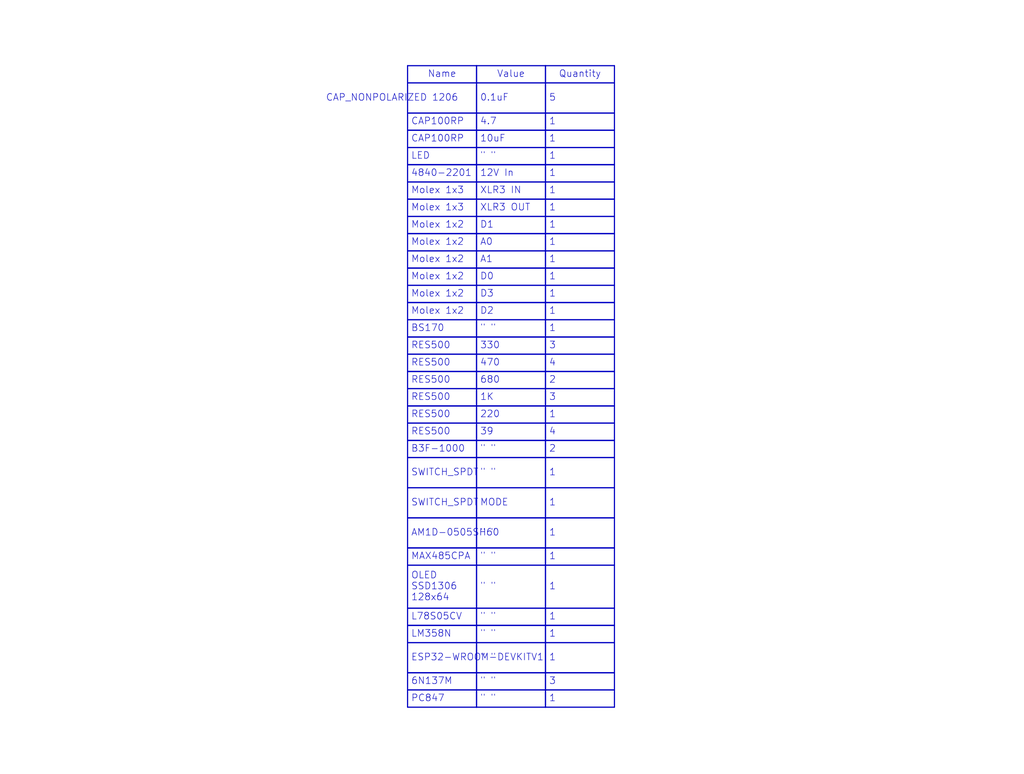
<source format=kicad_sch>
(kicad_sch
	(version 20231120)
	(generator "eeschema")
	(generator_version "8.0")
	(uuid "8c636138-0e4b-4513-b378-003c88e20bfd")
	(paper "User" 297.002 224.612)
	(lib_symbols)
	(polyline
		(pts
			(xy 178.2 112.798) (xy 158.2 112.798)
		)
		(stroke
			(width 0.333)
			(type solid)
		)
		(uuid "00087b7e-250a-4d81-bfdd-d182c55f7727")
	)
	(polyline
		(pts
			(xy 118.2 132.798) (xy 118.2 127.798)
		)
		(stroke
			(width 0.333)
			(type solid)
		)
		(uuid "00974d94-0c66-415b-86c9-0e0758ef84fd")
	)
	(polyline
		(pts
			(xy 178.2 200.228) (xy 178.2 205.228)
		)
		(stroke
			(width 0.333)
			(type solid)
		)
		(uuid "00bb6e91-f1db-4cf3-8b4c-872e8c5129fa")
	)
	(polyline
		(pts
			(xy 178.2 132.798) (xy 158.2 132.798)
		)
		(stroke
			(width 0.333)
			(type solid)
		)
		(uuid "00d15a5e-4e4c-40ea-a4af-9c0c2ce9df17")
	)
	(polyline
		(pts
			(xy 178.2 97.798) (xy 158.2 97.798)
		)
		(stroke
			(width 0.333)
			(type solid)
		)
		(uuid "0114e0c4-d24d-4831-bb0b-1dc1903c0bf2")
	)
	(polyline
		(pts
			(xy 158.2 122.798) (xy 178.2 122.798)
		)
		(stroke
			(width 0.333)
			(type solid)
		)
		(uuid "01b4e047-f274-4011-8356-3ec2af9b6605")
	)
	(polyline
		(pts
			(xy 138.2 77.798) (xy 158.2 77.798)
		)
		(stroke
			(width 0.333)
			(type solid)
		)
		(uuid "03ad6d49-a226-4bf7-ae36-4d436d281ba2")
	)
	(polyline
		(pts
			(xy 138.2 82.798) (xy 138.2 77.798)
		)
		(stroke
			(width 0.333)
			(type solid)
		)
		(uuid "0416f59c-9089-4331-9b10-7e9395344798")
	)
	(polyline
		(pts
			(xy 158.2 107.798) (xy 138.2 107.798)
		)
		(stroke
			(width 0.333)
			(type solid)
		)
		(uuid "0452d600-dd1b-401b-bb16-f6d9f0cdf155")
	)
	(polyline
		(pts
			(xy 178.2 117.798) (xy 178.2 122.798)
		)
		(stroke
			(width 0.333)
			(type solid)
		)
		(uuid "05ed469d-a34c-41ae-ba0e-727d41159833")
	)
	(polyline
		(pts
			(xy 138.2 200.228) (xy 138.2 205.228)
		)
		(stroke
			(width 0.333)
			(type solid)
		)
		(uuid "0642eb1f-acb3-4caf-b07b-edab57d8b06b")
	)
	(polyline
		(pts
			(xy 158.2 112.798) (xy 158.2 107.798)
		)
		(stroke
			(width 0.333)
			(type solid)
		)
		(uuid "076d35b7-79ac-45c6-b7cf-7763af62f8f7")
	)
	(polyline
		(pts
			(xy 178.2 117.798) (xy 158.2 117.798)
		)
		(stroke
			(width 0.333)
			(type solid)
		)
		(uuid "08b0fbfb-fe1f-483f-80c9-60090d148c18")
	)
	(polyline
		(pts
			(xy 158.2 181.49) (xy 138.2 181.49)
		)
		(stroke
			(width 0.333)
			(type solid)
		)
		(uuid "09c189fd-1321-4503-a781-a370345ea209")
	)
	(polyline
		(pts
			(xy 138.2 62.798) (xy 158.2 62.798)
		)
		(stroke
			(width 0.333)
			(type solid)
		)
		(uuid "0a01382c-5ee0-466c-ab5f-a4aa5add736a")
	)
	(polyline
		(pts
			(xy 138.2 159.013) (xy 158.2 159.013)
		)
		(stroke
			(width 0.333)
			(type solid)
		)
		(uuid "0a32aa82-4c62-488b-ad63-7ed7aaaf0818")
	)
	(polyline
		(pts
			(xy 138.2 141.537) (xy 138.2 150.275)
		)
		(stroke
			(width 0.333)
			(type solid)
		)
		(uuid "0a4929f2-d8f0-40af-9741-39d65f5d9a09")
	)
	(polyline
		(pts
			(xy 178.2 19.06) (xy 178.2 24.06)
		)
		(stroke
			(width 0.333)
			(type solid)
		)
		(uuid "0ab4532b-18e4-4f05-9e73-cf101857d9af")
	)
	(polyline
		(pts
			(xy 158.2 97.798) (xy 138.2 97.798)
		)
		(stroke
			(width 0.333)
			(type solid)
		)
		(uuid "0ae2e9ec-7590-4ac9-8833-db54526d84cf")
	)
	(polyline
		(pts
			(xy 138.2 132.798) (xy 138.2 141.537)
		)
		(stroke
			(width 0.333)
			(type solid)
		)
		(uuid "0b37301f-2874-49ac-abc0-96131370ecca")
	)
	(polyline
		(pts
			(xy 158.2 92.798) (xy 138.2 92.798)
		)
		(stroke
			(width 0.333)
			(type solid)
		)
		(uuid "0b550202-57a1-47bf-8a07-8b93fca5f1ed")
	)
	(polyline
		(pts
			(xy 138.2 186.49) (xy 138.2 181.49)
		)
		(stroke
			(width 0.333)
			(type solid)
		)
		(uuid "0cfd746c-620d-416f-b1e3-df7220cd3dc1")
	)
	(polyline
		(pts
			(xy 178.2 87.798) (xy 158.2 87.798)
		)
		(stroke
			(width 0.333)
			(type solid)
		)
		(uuid "0cff4147-0bb0-4183-a119-29e4aae6f6b2")
	)
	(polyline
		(pts
			(xy 118.2 67.798) (xy 138.2 67.798)
		)
		(stroke
			(width 0.333)
			(type solid)
		)
		(uuid "0d8494b8-25b9-4ad7-90ea-37cbe9ac199d")
	)
	(polyline
		(pts
			(xy 158.2 159.013) (xy 158.2 150.275)
		)
		(stroke
			(width 0.333)
			(type solid)
		)
		(uuid "0e2fca83-6524-4147-8fd3-c378930da5d6")
	)
	(polyline
		(pts
			(xy 158.2 92.798) (xy 158.2 97.798)
		)
		(stroke
			(width 0.333)
			(type solid)
		)
		(uuid "0e3cf801-7837-4646-80e4-395b4500bc02")
	)
	(polyline
		(pts
			(xy 118.2 186.49) (xy 138.2 186.49)
		)
		(stroke
			(width 0.333)
			(type solid)
		)
		(uuid "0e4025fb-9145-42b3-b902-96e7e994c547")
	)
	(polyline
		(pts
			(xy 158.2 77.798) (xy 178.2 77.798)
		)
		(stroke
			(width 0.333)
			(type solid)
		)
		(uuid "0f7f4cc0-97de-4511-a731-0ee7e2d533ff")
	)
	(polyline
		(pts
			(xy 118.2 141.537) (xy 138.2 141.537)
		)
		(stroke
			(width 0.333)
			(type solid)
		)
		(uuid "0fca34ad-2897-4b40-8346-75f27921de58")
	)
	(polyline
		(pts
			(xy 158.2 102.798) (xy 178.2 102.798)
		)
		(stroke
			(width 0.333)
			(type solid)
		)
		(uuid "10b4cb33-aef6-42e4-823c-f7829a61cd6c")
	)
	(polyline
		(pts
			(xy 158.2 72.798) (xy 158.2 77.798)
		)
		(stroke
			(width 0.333)
			(type solid)
		)
		(uuid "11ec56a7-c74e-4bec-bbd2-3c3472bc1064")
	)
	(polyline
		(pts
			(xy 118.2 82.798) (xy 118.2 77.798)
		)
		(stroke
			(width 0.333)
			(type solid)
		)
		(uuid "127605ba-67e8-4aa0-8b0f-2f60b2d01c5b")
	)
	(polyline
		(pts
			(xy 138.2 87.798) (xy 138.2 92.798)
		)
		(stroke
			(width 0.333)
			(type solid)
		)
		(uuid "1316c97b-1a04-4411-ba58-d80dc7690238")
	)
	(polyline
		(pts
			(xy 118.2 92.798) (xy 118.2 87.798)
		)
		(stroke
			(width 0.333)
			(type solid)
		)
		(uuid "13879614-4622-49cd-bdf5-61c93b05d482")
	)
	(polyline
		(pts
			(xy 158.2 102.798) (xy 138.2 102.798)
		)
		(stroke
			(width 0.333)
			(type solid)
		)
		(uuid "13db0e59-b0eb-4184-8c83-11152c5a6992")
	)
	(polyline
		(pts
			(xy 178.2 72.798) (xy 158.2 72.798)
		)
		(stroke
			(width 0.333)
			(type solid)
		)
		(uuid "13fc4241-eb27-4060-916f-6ad34224a1e3")
	)
	(polyline
		(pts
			(xy 158.2 92.798) (xy 158.2 87.798)
		)
		(stroke
			(width 0.333)
			(type solid)
		)
		(uuid "14102c5c-6954-4cf5-9501-eac99260bfd9")
	)
	(polyline
		(pts
			(xy 138.2 32.798) (xy 158.2 32.798)
		)
		(stroke
			(width 0.333)
			(type solid)
		)
		(uuid "146b31d0-e68b-48e2-9cc2-e35bd95a4784")
	)
	(polyline
		(pts
			(xy 138.2 72.798) (xy 158.2 72.798)
		)
		(stroke
			(width 0.333)
			(type solid)
		)
		(uuid "150f75f4-1b47-4a68-bada-e2edf875a8a8")
	)
	(polyline
		(pts
			(xy 138.2 176.49) (xy 118.2 176.49)
		)
		(stroke
			(width 0.333)
			(type solid)
		)
		(uuid "176d30f0-61c9-46cc-a82c-bc2b68460ff6")
	)
	(polyline
		(pts
			(xy 178.2 132.798) (xy 178.2 141.537)
		)
		(stroke
			(width 0.333)
			(type solid)
		)
		(uuid "1906205f-f197-4031-9c0a-2582891917b4")
	)
	(polyline
		(pts
			(xy 138.2 87.798) (xy 158.2 87.798)
		)
		(stroke
			(width 0.333)
			(type solid)
		)
		(uuid "195c3100-3d65-454a-a011-1672260ea76a")
	)
	(polyline
		(pts
			(xy 118.2 186.49) (xy 118.2 181.49)
		)
		(stroke
			(width 0.333)
			(type solid)
		)
		(uuid "1b64d290-299e-496f-b9d9-96503159b4c9")
	)
	(polyline
		(pts
			(xy 158.2 62.798) (xy 138.2 62.798)
		)
		(stroke
			(width 0.333)
			(type solid)
		)
		(uuid "1b9a49c0-6191-4f93-9718-d39b980a40ea")
	)
	(polyline
		(pts
			(xy 178.2 24.06) (xy 158.2 24.06)
		)
		(stroke
			(width 0.333)
			(type solid)
		)
		(uuid "1bad5502-6d96-4015-bcb3-ecefb7933b6d")
	)
	(polyline
		(pts
			(xy 118.2 37.798) (xy 118.2 32.798)
		)
		(stroke
			(width 0.333)
			(type solid)
		)
		(uuid "1bdc65c3-d3aa-4806-8a0f-9e50ce192d43")
	)
	(polyline
		(pts
			(xy 138.2 141.537) (xy 118.2 141.537)
		)
		(stroke
			(width 0.333)
			(type solid)
		)
		(uuid "1be070d0-51e3-4ea9-a023-a38e3a741dba")
	)
	(polyline
		(pts
			(xy 178.2 62.798) (xy 178.2 67.798)
		)
		(stroke
			(width 0.333)
			(type solid)
		)
		(uuid "1d0f2e5a-6c37-49d3-902e-266ba8ec9971")
	)
	(polyline
		(pts
			(xy 178.2 37.798) (xy 178.2 42.798)
		)
		(stroke
			(width 0.333)
			(type solid)
		)
		(uuid "1d5ae1a4-1be1-42ac-9edf-aa2850f4c7f0")
	)
	(polyline
		(pts
			(xy 158.2 176.49) (xy 158.2 164.013)
		)
		(stroke
			(width 0.333)
			(type solid)
		)
		(uuid "1e1b5b88-30fc-43c1-a563-721c77b440a9")
	)
	(polyline
		(pts
			(xy 158.2 164.013) (xy 158.2 159.013)
		)
		(stroke
			(width 0.333)
			(type solid)
		)
		(uuid "1ec3de7b-8d4d-4a5a-8048-70555527f2d7")
	)
	(polyline
		(pts
			(xy 138.2 117.798) (xy 158.2 117.798)
		)
		(stroke
			(width 0.333)
			(type solid)
		)
		(uuid "1ec6dfa9-9b7d-458a-8514-5e6d0498151a")
	)
	(polyline
		(pts
			(xy 138.2 52.798) (xy 138.2 57.798)
		)
		(stroke
			(width 0.333)
			(type solid)
		)
		(uuid "1f1d3e8e-1a7c-4b9b-ab75-3bfb551f05ea")
	)
	(polyline
		(pts
			(xy 138.2 164.013) (xy 158.2 164.013)
		)
		(stroke
			(width 0.333)
			(type solid)
		)
		(uuid "1fce321d-3a2a-4237-a148-bfcecaf312d5")
	)
	(polyline
		(pts
			(xy 158.2 47.798) (xy 138.2 47.798)
		)
		(stroke
			(width 0.333)
			(type solid)
		)
		(uuid "206e404c-3f5c-4b75-b3bc-24dd169b44d8")
	)
	(polyline
		(pts
			(xy 158.2 87.798) (xy 158.2 92.798)
		)
		(stroke
			(width 0.333)
			(type solid)
		)
		(uuid "20c798d1-7302-463e-a350-4d5c0aafc908")
	)
	(polyline
		(pts
			(xy 138.2 87.798) (xy 118.2 87.798)
		)
		(stroke
			(width 0.333)
			(type solid)
		)
		(uuid "21481fe3-0b56-45a0-8b3e-cda8a761788b")
	)
	(polyline
		(pts
			(xy 138.2 87.798) (xy 138.2 82.798)
		)
		(stroke
			(width 0.333)
			(type solid)
		)
		(uuid "220e89ef-c506-411a-b0c2-af2c9a05eb74")
	)
	(polyline
		(pts
			(xy 178.2 92.798) (xy 158.2 92.798)
		)
		(stroke
			(width 0.333)
			(type solid)
		)
		(uuid "23521c8e-dd1b-426f-9bbc-2687a223323d")
	)
	(polyline
		(pts
			(xy 178.2 195.228) (xy 178.2 200.228)
		)
		(stroke
			(width 0.333)
			(type solid)
		)
		(uuid "248d90a6-a32f-41b6-a322-a9ea3725a37b")
	)
	(polyline
		(pts
			(xy 138.2 72.798) (xy 138.2 77.798)
		)
		(stroke
			(width 0.333)
			(type solid)
		)
		(uuid "24e8050b-4819-4a78-aa79-c3c56d912ac7")
	)
	(polyline
		(pts
			(xy 138.2 127.798) (xy 138.2 132.798)
		)
		(stroke
			(width 0.333)
			(type solid)
		)
		(uuid "255b417a-6270-4f98-b29b-5b4a82aaf0f3")
	)
	(polyline
		(pts
			(xy 138.2 102.798) (xy 138.2 97.798)
		)
		(stroke
			(width 0.333)
			(type solid)
		)
		(uuid "26aa322a-b292-4673-b473-d0cfd435c7a6")
	)
	(polyline
		(pts
			(xy 138.2 37.798) (xy 158.2 37.798)
		)
		(stroke
			(width 0.333)
			(type solid)
		)
		(uuid "26bd7113-efb2-4971-b65a-5b083cc62082")
	)
	(polyline
		(pts
			(xy 118.2 112.798) (xy 118.2 107.798)
		)
		(stroke
			(width 0.333)
			(type solid)
		)
		(uuid "26ce5a46-726b-43d6-97ed-9bc271ef5638")
	)
	(polyline
		(pts
			(xy 118.2 72.798) (xy 138.2 72.798)
		)
		(stroke
			(width 0.333)
			(type solid)
		)
		(uuid "2742f9e4-e598-4e5e-a066-7e695779241e")
	)
	(polyline
		(pts
			(xy 158.2 42.798) (xy 158.2 47.798)
		)
		(stroke
			(width 0.333)
			(type solid)
		)
		(uuid "27da723f-d07b-464e-862f-bfaed866c107")
	)
	(polyline
		(pts
			(xy 118.2 47.798) (xy 118.2 42.798)
		)
		(stroke
			(width 0.333)
			(type solid)
		)
		(uuid "2860cdab-5ef9-4f0d-ad06-2272cf90f44d")
	)
	(polyline
		(pts
			(xy 158.2 102.798) (xy 158.2 107.798)
		)
		(stroke
			(width 0.333)
			(type solid)
		)
		(uuid "287ad5d2-ac25-4a78-9cd0-7c12423a4ec1")
	)
	(polyline
		(pts
			(xy 178.2 176.49) (xy 158.2 176.49)
		)
		(stroke
			(width 0.333)
			(type solid)
		)
		(uuid "29039380-1f42-4297-aa1e-29c643fcdb03")
	)
	(polyline
		(pts
			(xy 158.2 37.798) (xy 178.2 37.798)
		)
		(stroke
			(width 0.333)
			(type solid)
		)
		(uuid "293b3053-78c6-41ab-be15-3bcc2115c93e")
	)
	(polyline
		(pts
			(xy 178.2 181.49) (xy 158.2 181.49)
		)
		(stroke
			(width 0.333)
			(type solid)
		)
		(uuid "29495475-03b7-416a-b1f6-8e772c2b0237")
	)
	(polyline
		(pts
			(xy 158.2 82.798) (xy 158.2 87.798)
		)
		(stroke
			(width 0.333)
			(type solid)
		)
		(uuid "2952ebee-9460-4e65-bd83-88515cd23741")
	)
	(polyline
		(pts
			(xy 158.2 37.798) (xy 158.2 42.798)
		)
		(stroke
			(width 0.333)
			(type solid)
		)
		(uuid "2ae80023-d38b-4036-b908-5421cc0f0994")
	)
	(polyline
		(pts
			(xy 158.2 186.49) (xy 158.2 181.49)
		)
		(stroke
			(width 0.333)
			(type solid)
		)
		(uuid "2aebe238-d9ea-40c8-9d95-57c2367062b5")
	)
	(polyline
		(pts
			(xy 178.2 32.798) (xy 158.2 32.798)
		)
		(stroke
			(width 0.333)
			(type solid)
		)
		(uuid "2b711cc7-c0f8-45dd-a690-2259b323b90b")
	)
	(polyline
		(pts
			(xy 158.2 107.798) (xy 178.2 107.798)
		)
		(stroke
			(width 0.333)
			(type solid)
		)
		(uuid "2c1898b1-fd41-4fd8-b5e7-6b47fb1afc7e")
	)
	(polyline
		(pts
			(xy 138.2 97.798) (xy 138.2 102.798)
		)
		(stroke
			(width 0.333)
			(type solid)
		)
		(uuid "2c25af45-fc84-4b2a-8fe1-cdd39edba751")
	)
	(polyline
		(pts
			(xy 158.2 107.798) (xy 158.2 112.798)
		)
		(stroke
			(width 0.333)
			(type solid)
		)
		(uuid "2c8bf4e7-1191-466b-9a74-6f2b576fb440")
	)
	(polyline
		(pts
			(xy 178.2 42.798) (xy 178.2 47.798)
		)
		(stroke
			(width 0.333)
			(type solid)
		)
		(uuid "2d3b11a7-c925-47a0-8f1f-c92d46ff743f")
	)
	(polyline
		(pts
			(xy 158.2 67.798) (xy 158.2 72.798)
		)
		(stroke
			(width 0.333)
			(type solid)
		)
		(uuid "2d642866-a99e-4951-8e76-6a66064af3ab")
	)
	(polyline
		(pts
			(xy 138.2 72.798) (xy 138.2 67.798)
		)
		(stroke
			(width 0.333)
			(type solid)
		)
		(uuid "2de1a45e-85a7-4108-b463-cc260b6baaa1")
	)
	(polyline
		(pts
			(xy 138.2 195.228) (xy 118.2 195.228)
		)
		(stroke
			(width 0.333)
			(type solid)
		)
		(uuid "2f0dc30e-2cf0-4bd5-8267-c76aff0e94b4")
	)
	(polyline
		(pts
			(xy 178.2 62.798) (xy 158.2 62.798)
		)
		(stroke
			(width 0.333)
			(type solid)
		)
		(uuid "2f8d0eb3-1309-4c59-a39d-e79c17a61be6")
	)
	(polyline
		(pts
			(xy 138.2 37.798) (xy 138.2 42.798)
		)
		(stroke
			(width 0.333)
			(type solid)
		)
		(uuid "30acdfff-4c2c-44c6-9fbb-f5cfc086494b")
	)
	(polyline
		(pts
			(xy 118.2 176.49) (xy 118.2 164.013)
		)
		(stroke
			(width 0.333)
			(type solid)
		)
		(uuid "317fdd1b-7ae0-41d0-9398-937799b7a0d9")
	)
	(polyline
		(pts
			(xy 138.2 92.798) (xy 138.2 97.798)
		)
		(stroke
			(width 0.333)
			(type solid)
		)
		(uuid "3268328e-6ae7-42fa-9153-722c80888bf0")
	)
	(polyline
		(pts
			(xy 178.2 72.798) (xy 178.2 77.798)
		)
		(stroke
			(width 0.333)
			(type solid)
		)
		(uuid "327a299b-8485-4629-8c00-5b9fabfe96af")
	)
	(polyline
		(pts
			(xy 118.2 127.798) (xy 118.2 122.798)
		)
		(stroke
			(width 0.333)
			(type solid)
		)
		(uuid "328cea63-21f6-486b-9b70-e2b1b8830613")
	)
	(polyline
		(pts
			(xy 158.2 127.798) (xy 178.2 127.798)
		)
		(stroke
			(width 0.333)
			(type solid)
		)
		(uuid "352af666-29df-42a6-9558-1277cc656f94")
	)
	(polyline
		(pts
			(xy 118.2 82.798) (xy 138.2 82.798)
		)
		(stroke
			(width 0.333)
			(type solid)
		)
		(uuid "35699522-eb67-4f48-9c61-acfb49150550")
	)
	(polyline
		(pts
			(xy 178.2 52.798) (xy 178.2 57.798)
		)
		(stroke
			(width 0.333)
			(type solid)
		)
		(uuid "35f61478-06e8-4aad-a943-e0cf818cf9b0")
	)
	(polyline
		(pts
			(xy 138.2 67.798) (xy 158.2 67.798)
		)
		(stroke
			(width 0.333)
			(type solid)
		)
		(uuid "36183e41-839c-4192-b142-c2a0b073d43a")
	)
	(polyline
		(pts
			(xy 158.2 164.013) (xy 138.2 164.013)
		)
		(stroke
			(width 0.333)
			(type solid)
		)
		(uuid "37e90cdc-d19e-4b39-845a-e00e4843272b")
	)
	(polyline
		(pts
			(xy 138.2 176.49) (xy 138.2 181.49)
		)
		(stroke
			(width 0.333)
			(type solid)
		)
		(uuid "383b3db2-e245-4749-aa79-807b7f2abd76")
	)
	(polyline
		(pts
			(xy 138.2 67.798) (xy 118.2 67.798)
		)
		(stroke
			(width 0.333)
			(type solid)
		)
		(uuid "3968f579-0463-4970-b3c2-ce1b1fee65fd")
	)
	(polyline
		(pts
			(xy 178.2 122.798) (xy 178.2 127.798)
		)
		(stroke
			(width 0.333)
			(type solid)
		)
		(uuid "396a7faf-a9fd-4137-a86a-04a6844eca6c")
	)
	(polyline
		(pts
			(xy 118.2 32.798) (xy 138.2 32.798)
		)
		(stroke
			(width 0.333)
			(type solid)
		)
		(uuid "398cd020-854c-4ed0-be8e-80f004e64879")
	)
	(polyline
		(pts
			(xy 158.2 122.798) (xy 138.2 122.798)
		)
		(stroke
			(width 0.333)
			(type solid)
		)
		(uuid "3a2373f8-c208-4b33-827b-a68ecfd36d17")
	)
	(polyline
		(pts
			(xy 158.2 132.798) (xy 138.2 132.798)
		)
		(stroke
			(width 0.333)
			(type solid)
		)
		(uuid "3ac5dbf0-8ed7-4bc9-8ae4-ee4718a88f77")
	)
	(polyline
		(pts
			(xy 158.2 24.06) (xy 178.2 24.06)
		)
		(stroke
			(width 0.333)
			(type solid)
		)
		(uuid "3b23c554-d20c-419a-b938-149998aad788")
	)
	(polyline
		(pts
			(xy 158.2 122.798) (xy 158.2 127.798)
		)
		(stroke
			(width 0.333)
			(type solid)
		)
		(uuid "3c8c5191-8c08-498c-80a6-e595499fb56e")
	)
	(polyline
		(pts
			(xy 138.2 164.013) (xy 138.2 176.49)
		)
		(stroke
			(width 0.333)
			(type solid)
		)
		(uuid "3cab3955-b37a-4849-8033-46c911c35c9a")
	)
	(polyline
		(pts
			(xy 138.2 181.49) (xy 138.2 176.49)
		)
		(stroke
			(width 0.333)
			(type solid)
		)
		(uuid "3cdbb85b-d734-4710-8f0a-a3847bfbd4bc")
	)
	(polyline
		(pts
			(xy 138.2 19.06) (xy 138.2 24.06)
		)
		(stroke
			(width 0.333)
			(type solid)
		)
		(uuid "3defa006-253a-4238-bf7d-ee446135e991")
	)
	(polyline
		(pts
			(xy 138.2 132.798) (xy 118.2 132.798)
		)
		(stroke
			(width 0.333)
			(type solid)
		)
		(uuid "3e911487-83f7-49a4-aad1-810da81c4fe9")
	)
	(polyline
		(pts
			(xy 138.2 67.798) (xy 138.2 72.798)
		)
		(stroke
			(width 0.333)
			(type solid)
		)
		(uuid "3e9281d0-65fb-4e09-a177-c58ec993af31")
	)
	(polyline
		(pts
			(xy 118.2 195.228) (xy 138.2 195.228)
		)
		(stroke
			(width 0.333)
			(type solid)
		)
		(uuid "404a7a1f-870a-411f-8d78-748d4fa2099c")
	)
	(polyline
		(pts
			(xy 138.2 24.06) (xy 158.2 24.06)
		)
		(stroke
			(width 0.333)
			(type solid)
		)
		(uuid "40cc1c33-95e9-46c2-86e0-7322430ebf52")
	)
	(polyline
		(pts
			(xy 118.2 57.798) (xy 138.2 57.798)
		)
		(stroke
			(width 0.333)
			(type solid)
		)
		(uuid "429d9c3c-0e99-432c-a880-7890ebe01ad7")
	)
	(polyline
		(pts
			(xy 158.2 117.798) (xy 178.2 117.798)
		)
		(stroke
			(width 0.333)
			(type solid)
		)
		(uuid "42a79c35-86fa-4c26-8614-4334412a3ab4")
	)
	(polyline
		(pts
			(xy 178.2 67.798) (xy 158.2 67.798)
		)
		(stroke
			(width 0.333)
			(type solid)
		)
		(uuid "43b24f89-c314-41c0-b1e8-63dbd37fb84c")
	)
	(polyline
		(pts
			(xy 118.2 102.798) (xy 138.2 102.798)
		)
		(stroke
			(width 0.333)
			(type solid)
		)
		(uuid "4585acd4-f94a-4cd2-9f0e-6cfd139e10ac")
	)
	(polyline
		(pts
			(xy 138.2 122.798) (xy 158.2 122.798)
		)
		(stroke
			(width 0.333)
			(type solid)
		)
		(uuid "4631bee3-218c-49fa-b3a7-ae6e56c3afa7")
	)
	(polyline
		(pts
			(xy 158.2 102.798) (xy 158.2 97.798)
		)
		(stroke
			(width 0.333)
			(type solid)
		)
		(uuid "47eaf537-3e29-4400-8163-7beecc55995b")
	)
	(polyline
		(pts
			(xy 138.2 159.013) (xy 138.2 150.275)
		)
		(stroke
			(width 0.333)
			(type solid)
		)
		(uuid "483615e8-cdbc-414a-b826-523ae9080fe3")
	)
	(polyline
		(pts
			(xy 158.2 132.798) (xy 158.2 127.798)
		)
		(stroke
			(width 0.333)
			(type solid)
		)
		(uuid "4851c97e-7612-4c62-81ba-fd3bd317903a")
	)
	(polyline
		(pts
			(xy 158.2 127.798) (xy 158.2 132.798)
		)
		(stroke
			(width 0.333)
			(type solid)
		)
		(uuid "487aaaeb-f580-45e8-8736-4e6fecb80673")
	)
	(polyline
		(pts
			(xy 178.2 92.798) (xy 178.2 97.798)
		)
		(stroke
			(width 0.333)
			(type solid)
		)
		(uuid "488aa7b0-33fe-4c74-92dc-59d84078fd85")
	)
	(polyline
		(pts
			(xy 138.2 181.49) (xy 158.2 181.49)
		)
		(stroke
			(width 0.333)
			(type solid)
		)
		(uuid "48ea24d7-87b1-4fcc-901f-3ff9c33af79d")
	)
	(polyline
		(pts
			(xy 158.2 176.49) (xy 138.2 176.49)
		)
		(stroke
			(width 0.333)
			(type solid)
		)
		(uuid "49b5aed4-4f28-4139-a262-75ffe19c241b")
	)
	(polyline
		(pts
			(xy 118.2 24.06) (xy 138.2 24.06)
		)
		(stroke
			(width 0.333)
			(type solid)
		)
		(uuid "4a2b1b2e-0823-4f84-aa69-f757bb522633")
	)
	(polyline
		(pts
			(xy 138.2 195.228) (xy 158.2 195.228)
		)
		(stroke
			(width 0.333)
			(type solid)
		)
		(uuid "4a8dc2fe-0b8e-4068-99f4-857a0c59b6b5")
	)
	(polyline
		(pts
			(xy 118.2 97.798) (xy 118.2 92.798)
		)
		(stroke
			(width 0.333)
			(type solid)
		)
		(uuid "4bb685c6-8392-403f-aab7-97518e48b2cb")
	)
	(polyline
		(pts
			(xy 158.2 87.798) (xy 138.2 87.798)
		)
		(stroke
			(width 0.333)
			(type solid)
		)
		(uuid "4d07c07f-e5f5-44ea-bc25-74f78715e208")
	)
	(polyline
		(pts
			(xy 178.2 195.228) (xy 158.2 195.228)
		)
		(stroke
			(width 0.333)
			(type solid)
		)
		(uuid "4ddbe26c-7b6e-4461-9df7-4965e31db244")
	)
	(polyline
		(pts
			(xy 178.2 47.798) (xy 178.2 52.798)
		)
		(stroke
			(width 0.333)
			(type solid)
		)
		(uuid "4f55131e-d84c-4011-9d25-4c6aa3a00365")
	)
	(polyline
		(pts
			(xy 118.2 37.798) (xy 138.2 37.798)
		)
		(stroke
			(width 0.333)
			(type solid)
		)
		(uuid "502ab32b-bb17-4d83-8b93-96b443bd1d84")
	)
	(polyline
		(pts
			(xy 138.2 181.49) (xy 118.2 181.49)
		)
		(stroke
			(width 0.333)
			(type solid)
		)
		(uuid "5052087b-bfa4-4af6-8671-54432adddf21")
	)
	(polyline
		(pts
			(xy 138.2 19.06) (xy 158.2 19.06)
		)
		(stroke
			(width 0.333)
			(type solid)
		)
		(uuid "51418081-a73a-4c20-9c96-cddfd484a265")
	)
	(polyline
		(pts
			(xy 138.2 62.798) (xy 138.2 67.798)
		)
		(stroke
			(width 0.333)
			(type solid)
		)
		(uuid "51fe4f43-fc7a-45e1-8c78-c741db5da3e3")
	)
	(polyline
		(pts
			(xy 138.2 159.013) (xy 118.2 159.013)
		)
		(stroke
			(width 0.333)
			(type solid)
		)
		(uuid "52bb341c-3bf9-4d9e-8c19-8570c63462d8")
	)
	(polyline
		(pts
			(xy 138.2 150.275) (xy 138.2 141.537)
		)
		(stroke
			(width 0.333)
			(type solid)
		)
		(uuid "5453af82-68dc-4845-864a-3537dea99845")
	)
	(polyline
		(pts
			(xy 158.2 57.798) (xy 178.2 57.798)
		)
		(stroke
			(width 0.333)
			(type solid)
		)
		(uuid "54d2f490-1c6d-42dd-9e4f-5177bbd0461e")
	)
	(polyline
		(pts
			(xy 178.2 37.798) (xy 158.2 37.798)
		)
		(stroke
			(width 0.333)
			(type solid)
		)
		(uuid "55521ecf-0157-4592-8a1a-b1de2b3152ca")
	)
	(polyline
		(pts
			(xy 118.2 200.228) (xy 118.2 195.228)
		)
		(stroke
			(width 0.333)
			(type solid)
		)
		(uuid "558c79a5-92d9-46a2-8818-4c2c1396eef3")
	)
	(polyline
		(pts
			(xy 178.2 102.798) (xy 158.2 102.798)
		)
		(stroke
			(width 0.333)
			(type solid)
		)
		(uuid "55b204c7-4e73-41a5-8b30-711e615e522f")
	)
	(polyline
		(pts
			(xy 158.2 62.798) (xy 178.2 62.798)
		)
		(stroke
			(width 0.333)
			(type solid)
		)
		(uuid "56a898da-ec44-4c39-9234-09dbbe411894")
	)
	(polyline
		(pts
			(xy 138.2 132.798) (xy 158.2 132.798)
		)
		(stroke
			(width 0.333)
			(type solid)
		)
		(uuid "56aa472c-c363-449a-931a-8c7d6b349bc7")
	)
	(polyline
		(pts
			(xy 138.2 92.798) (xy 118.2 92.798)
		)
		(stroke
			(width 0.333)
			(type solid)
		)
		(uuid "5708d172-90e4-4f7e-942a-1efa1e454b78")
	)
	(polyline
		(pts
			(xy 138.2 150.275) (xy 138.2 159.013)
		)
		(stroke
			(width 0.333)
			(type solid)
		)
		(uuid "571469b4-6f77-4053-af43-4e243f738f34")
	)
	(polyline
		(pts
			(xy 138.2 97.798) (xy 138.2 92.798)
		)
		(stroke
			(width 0.333)
			(type solid)
		)
		(uuid "576af804-be16-4144-95f0-275f37c7a812")
	)
	(polyline
		(pts
			(xy 158.2 67.798) (xy 158.2 62.798)
		)
		(stroke
			(width 0.333)
			(type solid)
		)
		(uuid "58f493aa-5c1d-4de9-aeb3-4f1d94fdfbaf")
	)
	(polyline
		(pts
			(xy 118.2 52.798) (xy 138.2 52.798)
		)
		(stroke
			(width 0.333)
			(type solid)
		)
		(uuid "59268aea-7c02-4d84-9ccb-d53424fe1f13")
	)
	(polyline
		(pts
			(xy 118.2 112.798) (xy 138.2 112.798)
		)
		(stroke
			(width 0.333)
			(type solid)
		)
		(uuid "59c96de8-a7ab-4759-96ab-8fd93c7517db")
	)
	(polyline
		(pts
			(xy 158.2 72.798) (xy 138.2 72.798)
		)
		(stroke
			(width 0.333)
			(type solid)
		)
		(uuid "5a117e47-b52c-4c77-968c-e1546a68f4bb")
	)
	(polyline
		(pts
			(xy 118.2 107.798) (xy 118.2 102.798)
		)
		(stroke
			(width 0.333)
			(type solid)
		)
		(uuid "5aa5fe5b-e5c7-4fd2-824a-bf71bc3724cd")
	)
	(polyline
		(pts
			(xy 158.2 82.798) (xy 158.2 77.798)
		)
		(stroke
			(width 0.333)
			(type solid)
		)
		(uuid "5ad485df-073e-46d5-b017-24f3d6d827b2")
	)
	(polyline
		(pts
			(xy 158.2 52.798) (xy 158.2 47.798)
		)
		(stroke
			(width 0.333)
			(type solid)
		)
		(uuid "5c081155-8bd0-4048-8d94-32b86b7b4078")
	)
	(polyline
		(pts
			(xy 138.2 112.798) (xy 138.2 107.798)
		)
		(stroke
			(width 0.333)
			(type solid)
		)
		(uuid "5c73db13-a096-46c2-89d7-d999704c066f")
	)
	(polyline
		(pts
			(xy 118.2 92.798) (xy 138.2 92.798)
		)
		(stroke
			(width 0.333)
			(type solid)
		)
		(uuid "5ceb2c63-8e3f-440d-a454-4f652b5c484d")
	)
	(polyline
		(pts
			(xy 138.2 47.798) (xy 138.2 52.798)
		)
		(stroke
			(width 0.333)
			(type solid)
		)
		(uuid "5d3a35e2-8606-4bbe-922b-44b586323d41")
	)
	(polyline
		(pts
			(xy 158.2 195.228) (xy 178.2 195.228)
		)
		(stroke
			(width 0.333)
			(type solid)
		)
		(uuid "5e39f184-a2b5-4352-99cd-ccff24329052")
	)
	(polyline
		(pts
			(xy 138.2 67.798) (xy 138.2 62.798)
		)
		(stroke
			(width 0.333)
			(type solid)
		)
		(uuid "5e8a1205-c71e-47ad-ac1a-01ca34de9cad")
	)
	(polyline
		(pts
			(xy 178.2 107.798) (xy 158.2 107.798)
		)
		(stroke
			(width 0.333)
			(type solid)
		)
		(uuid "5f74da64-6b86-4611-a015-b94483ad137d")
	)
	(polyline
		(pts
			(xy 138.2 181.49) (xy 138.2 186.49)
		)
		(stroke
			(width 0.333)
			(type solid)
		)
		(uuid "61d2e9de-aa96-4941-bf69-c9e129f2eede")
	)
	(polyline
		(pts
			(xy 158.2 117.798) (xy 158.2 112.798)
		)
		(stroke
			(width 0.333)
			(type solid)
		)
		(uuid "64250f78-9cbf-43d9-a039-ded1f50d72f6")
	)
	(polyline
		(pts
			(xy 138.2 97.798) (xy 118.2 97.798)
		)
		(stroke
			(width 0.333)
			(type solid)
		)
		(uuid "64303054-d4c4-4bf1-a98c-31f225aade82")
	)
	(polyline
		(pts
			(xy 158.2 42.798) (xy 158.2 37.798)
		)
		(stroke
			(width 0.333)
			(type solid)
		)
		(uuid "6443221c-8dfe-48c6-a107-0a05715ade07")
	)
	(polyline
		(pts
			(xy 158.2 205.228) (xy 158.2 200.228)
		)
		(stroke
			(width 0.333)
			(type solid)
		)
		(uuid "6457675b-a7de-412e-a346-9835bd8b483e")
	)
	(polyline
		(pts
			(xy 178.2 159.013) (xy 178.2 164.013)
		)
		(stroke
			(width 0.333)
			(type solid)
		)
		(uuid "645feb43-bd7f-4cf4-b6e9-f2dc953f415c")
	)
	(polyline
		(pts
			(xy 118.2 195.228) (xy 118.2 186.49)
		)
		(stroke
			(width 0.333)
			(type solid)
		)
		(uuid "6473eeb6-09ea-4dcf-a0eb-af8590bca0b1")
	)
	(polyline
		(pts
			(xy 178.2 24.06) (xy 178.2 32.798)
		)
		(stroke
			(width 0.333)
			(type solid)
		)
		(uuid "65378a18-1131-4104-8f86-bc229d28151c")
	)
	(polyline
		(pts
			(xy 178.2 186.49) (xy 158.2 186.49)
		)
		(stroke
			(width 0.333)
			(type solid)
		)
		(uuid "6725d7f8-1a5f-48a0-9efd-88ac0817cb5b")
	)
	(polyline
		(pts
			(xy 138.2 62.798) (xy 138.2 57.798)
		)
		(stroke
			(width 0.333)
			(type solid)
		)
		(uuid "673eb266-15db-4980-970a-4e48739cb51b")
	)
	(polyline
		(pts
			(xy 118.2 102.798) (xy 118.2 97.798)
		)
		(stroke
			(width 0.333)
			(type solid)
		)
		(uuid "67b4bf6f-73d1-4fec-a45d-39d62698738b")
	)
	(polyline
		(pts
			(xy 138.2 52.798) (xy 158.2 52.798)
		)
		(stroke
			(width 0.333)
			(type solid)
		)
		(uuid "67e525d4-6e2b-4355-9db3-0714f622e789")
	)
	(polyline
		(pts
			(xy 158.2 72.798) (xy 178.2 72.798)
		)
		(stroke
			(width 0.333)
			(type solid)
		)
		(uuid "688cf5e6-870a-4cad-b958-4cb3e063cf77")
	)
	(polyline
		(pts
			(xy 118.2 181.49) (xy 118.2 176.49)
		)
		(stroke
			(width 0.333)
			(type solid)
		)
		(uuid "690d0967-489c-4a37-97cd-40211be451eb")
	)
	(polyline
		(pts
			(xy 138.2 117.798) (xy 138.2 112.798)
		)
		(stroke
			(width 0.333)
			(type solid)
		)
		(uuid "6b809ae2-8b1b-42f5-8257-93df3d6fc08b")
	)
	(polyline
		(pts
			(xy 158.2 37.798) (xy 138.2 37.798)
		)
		(stroke
			(width 0.333)
			(type solid)
		)
		(uuid "6c10c579-207a-426f-a572-c90e8eb7131a")
	)
	(polyline
		(pts
			(xy 158.2 200.228) (xy 158.2 205.228)
		)
		(stroke
			(width 0.333)
			(type solid)
		)
		(uuid "6d41a17c-c9fe-46ab-be0b-d3f26eeeb828")
	)
	(polyline
		(pts
			(xy 138.2 112.798) (xy 118.2 112.798)
		)
		(stroke
			(width 0.333)
			(type solid)
		)
		(uuid "6d5dafe9-39f7-4ea5-a181-dadba5eaf135")
	)
	(polyline
		(pts
			(xy 158.2 127.798) (xy 158.2 122.798)
		)
		(stroke
			(width 0.333)
			(type solid)
		)
		(uuid "70c15c3a-1b7e-49b6-941c-c87d31e85d8e")
	)
	(polyline
		(pts
			(xy 158.2 181.49) (xy 158.2 176.49)
		)
		(stroke
			(width 0.333)
			(type solid)
		)
		(uuid "71b0865e-9fc9-4d7c-a8b1-c76ab94b71f3")
	)
	(polyline
		(pts
			(xy 138.2 186.49) (xy 138.2 195.228)
		)
		(stroke
			(width 0.333)
			(type solid)
		)
		(uuid "71d55092-6538-4268-8079-91ee323fe08e")
	)
	(polyline
		(pts
			(xy 138.2 127.798) (xy 118.2 127.798)
		)
		(stroke
			(width 0.333)
			(type solid)
		)
		(uuid "71f6b6ae-2913-4751-a2b7-60a35adebdb1")
	)
	(polyline
		(pts
			(xy 118.2 127.798) (xy 138.2 127.798)
		)
		(stroke
			(width 0.333)
			(type solid)
		)
		(uuid "7391dcac-1865-4495-9fe7-06b34f68a2d9")
	)
	(polyline
		(pts
			(xy 138.2 205.228) (xy 138.2 200.228)
		)
		(stroke
			(width 0.333)
			(type solid)
		)
		(uuid "7480a4ab-d5ca-4921-a10a-13ed89ac3935")
	)
	(polyline
		(pts
			(xy 158.2 24.06) (xy 158.2 19.06)
		)
		(stroke
			(width 0.333)
			(type solid)
		)
		(uuid "74b803a3-f3a2-4adf-8441-ed7515d92d37")
	)
	(polyline
		(pts
			(xy 138.2 57.798) (xy 118.2 57.798)
		)
		(stroke
			(width 0.333)
			(type solid)
		)
		(uuid "7690b129-d7c6-42d5-90d1-e7682267d457")
	)
	(polyline
		(pts
			(xy 138.2 176.49) (xy 138.2 164.013)
		)
		(stroke
			(width 0.333)
			(type solid)
		)
		(uuid "76feb451-adf5-4a6d-9cd1-11e393230a96")
	)
	(polyline
		(pts
			(xy 138.2 122.798) (xy 138.2 127.798)
		)
		(stroke
			(width 0.333)
			(type solid)
		)
		(uuid "770b4a9b-b99a-4a49-b6d1-fa888f8bc8b0")
	)
	(polyline
		(pts
			(xy 138.2 117.798) (xy 138.2 122.798)
		)
		(stroke
			(width 0.333)
			(type solid)
		)
		(uuid "775f3d42-d53e-4e7a-b253-7b558966ae7d")
	)
	(polyline
		(pts
			(xy 118.2 164.013) (xy 118.2 159.013)
		)
		(stroke
			(width 0.333)
			(type solid)
		)
		(uuid "7829b05d-0f2b-48fa-8d8f-885b5a6f17a2")
	)
	(polyline
		(pts
			(xy 158.2 87.798) (xy 158.2 82.798)
		)
		(stroke
			(width 0.333)
			(type solid)
		)
		(uuid "79725f5a-143d-4cb3-bbb8-999161809212")
	)
	(polyline
		(pts
			(xy 138.2 164.013) (xy 138.2 159.013)
		)
		(stroke
			(width 0.333)
			(type solid)
		)
		(uuid "7973eeb1-6fa2-426b-84ae-93c48ec459db")
	)
	(polyline
		(pts
			(xy 158.2 112.798) (xy 178.2 112.798)
		)
		(stroke
			(width 0.333)
			(type solid)
		)
		(uuid "79c3b2cc-908a-4ce9-9d79-49e286eb6eff")
	)
	(polyline
		(pts
			(xy 138.2 122.798) (xy 138.2 117.798)
		)
		(stroke
			(width 0.333)
			(type solid)
		)
		(uuid "7b7b5864-c6ea-4c08-a997-d0411165893a")
	)
	(polyline
		(pts
			(xy 118.2 132.798) (xy 138.2 132.798)
		)
		(stroke
			(width 0.333)
			(type solid)
		)
		(uuid "7c71e264-ccca-4054-961c-7302b1d84280")
	)
	(polyline
		(pts
			(xy 178.2 42.798) (xy 158.2 42.798)
		)
		(stroke
			(width 0.333)
			(type solid)
		)
		(uuid "7cd12e7c-3855-455d-aee5-e2912587a49e")
	)
	(polyline
		(pts
			(xy 158.2 150.275) (xy 178.2 150.275)
		)
		(stroke
			(width 0.333)
			(type solid)
		)
		(uuid "7d730caa-0d0a-4010-9df6-d194d353fb86")
	)
	(polyline
		(pts
			(xy 138.2 117.798) (xy 118.2 117.798)
		)
		(stroke
			(width 0.333)
			(type solid)
		)
		(uuid "7e887d9f-ac43-47ba-a863-82f3a964f8b2")
	)
	(polyline
		(pts
			(xy 118.2 87.798) (xy 118.2 82.798)
		)
		(stroke
			(width 0.333)
			(type solid)
		)
		(uuid "7f20b8f9-f721-4a94-82be-993e72310d75")
	)
	(polyline
		(pts
			(xy 158.2 77.798) (xy 138.2 77.798)
		)
		(stroke
			(width 0.333)
			(type solid)
		)
		(uuid "7f2dbc9a-2a8c-4a4e-b58a-8e056acfa445")
	)
	(polyline
		(pts
			(xy 158.2 32.798) (xy 158.2 37.798)
		)
		(stroke
			(width 0.333)
			(type solid)
		)
		(uuid "80ea484a-09c1-40f7-b033-c8000271858e")
	)
	(polyline
		(pts
			(xy 138.2 132.798) (xy 138.2 127.798)
		)
		(stroke
			(width 0.333)
			(type solid)
		)
		(uuid "818d3c67-c1c6-49a3-8ed9-70c2be175041")
	)
	(polyline
		(pts
			(xy 158.2 150.275) (xy 158.2 141.537)
		)
		(stroke
			(width 0.333)
			(type solid)
		)
		(uuid "81c8da40-2f52-4850-84ab-ee9c9604195d")
	)
	(polyline
		(pts
			(xy 138.2 122.798) (xy 118.2 122.798)
		)
		(stroke
			(width 0.333)
			(type solid)
		)
		(uuid "827eb094-ec3f-4d91-aeab-ebf385436829")
	)
	(polyline
		(pts
			(xy 118.2 164.013) (xy 138.2 164.013)
		)
		(stroke
			(width 0.333)
			(type solid)
		)
		(uuid "82ed02af-f811-429d-bc79-03c549751e41")
	)
	(polyline
		(pts
			(xy 158.2 195.228) (xy 158.2 186.49)
		)
		(stroke
			(width 0.333)
			(type solid)
		)
		(uuid "82ede5d8-7318-4ebf-8e04-eddbc39b2102")
	)
	(polyline
		(pts
			(xy 118.2 24.06) (xy 118.2 19.06)
		)
		(stroke
			(width 0.333)
			(type solid)
		)
		(uuid "83d6b628-efe7-49f4-b673-ed316c9de752")
	)
	(polyline
		(pts
			(xy 178.2 164.013) (xy 158.2 164.013)
		)
		(stroke
			(width 0.333)
			(type solid)
		)
		(uuid "855b1c8b-5400-45d7-ab54-54a3a9f01ed9")
	)
	(polyline
		(pts
			(xy 158.2 186.49) (xy 158.2 195.228)
		)
		(stroke
			(width 0.333)
			(type solid)
		)
		(uuid "85b5f13d-ecde-4844-b4a4-26e8952c243f")
	)
	(polyline
		(pts
			(xy 158.2 52.798) (xy 158.2 57.798)
		)
		(stroke
			(width 0.333)
			(type solid)
		)
		(uuid "85fe73fb-e272-4710-a38f-f7e36d40c4c7")
	)
	(polyline
		(pts
			(xy 158.2 62.798) (xy 158.2 67.798)
		)
		(stroke
			(width 0.333)
			(type solid)
		)
		(uuid "86bb1693-3af7-42f8-907c-97d6169cbbd8")
	)
	(polyline
		(pts
			(xy 158.2 24.06) (xy 138.2 24.06)
		)
		(stroke
			(width 0.333)
			(type solid)
		)
		(uuid "87e9c103-00b2-45f1-b66f-7045dfeadfe6")
	)
	(polyline
		(pts
			(xy 138.2 176.49) (xy 158.2 176.49)
		)
		(stroke
			(width 0.333)
			(type solid)
		)
		(uuid "87f98d26-e477-45b6-978e-da8a52078ea0")
	)
	(polyline
		(pts
			(xy 158.2 112.798) (xy 158.2 117.798)
		)
		(stroke
			(width 0.333)
			(type solid)
		)
		(uuid "884a28fb-49c1-4532-b34c-f697fcb44195")
	)
	(polyline
		(pts
			(xy 158.2 67.798) (xy 138.2 67.798)
		)
		(stroke
			(width 0.333)
			(type solid)
		)
		(uuid "884b356d-6e4d-4c54-b822-f85be46cae6c")
	)
	(polyline
		(pts
			(xy 158.2 132.798) (xy 178.2 132.798)
		)
		(stroke
			(width 0.333)
			(type solid)
		)
		(uuid "88719135-216e-40cd-b610-386692e1a03c")
	)
	(polyline
		(pts
			(xy 178.2 164.013) (xy 178.2 176.49)
		)
		(stroke
			(width 0.333)
			(type solid)
		)
		(uuid "891b4316-0864-4cfb-b9c8-219404208288")
	)
	(polyline
		(pts
			(xy 138.2 200.228) (xy 118.2 200.228)
		)
		(stroke
			(width 0.333)
			(type solid)
		)
		(uuid "8944d580-b4cf-4868-ae0c-324b1425a7e8")
	)
	(polyline
		(pts
			(xy 118.2 77.798) (xy 118.2 72.798)
		)
		(stroke
			(width 0.333)
			(type solid)
		)
		(uuid "89a87042-9744-4221-b74a-540819d45bd2")
	)
	(polyline
		(pts
			(xy 178.2 82.798) (xy 158.2 82.798)
		)
		(stroke
			(width 0.333)
			(type solid)
		)
		(uuid "89adaaea-d04b-46b3-8035-0b2f80b77660")
	)
	(polyline
		(pts
			(xy 138.2 82.798) (xy 118.2 82.798)
		)
		(stroke
			(width 0.333)
			(type solid)
		)
		(uuid "8a4d8eef-750e-4a1c-94f1-0e416f39345e")
	)
	(polyline
		(pts
			(xy 178.2 176.49) (xy 178.2 181.49)
		)
		(stroke
			(width 0.333)
			(type solid)
		)
		(uuid "8a9e350d-3a07-4378-b819-d76bef751202")
	)
	(polyline
		(pts
			(xy 138.2 37.798) (xy 138.2 32.798)
		)
		(stroke
			(width 0.333)
			(type solid)
		)
		(uuid "8ad1d0f9-5ea4-4f9c-9644-478c95777bed")
	)
	(polyline
		(pts
			(xy 138.2 200.228) (xy 138.2 195.228)
		)
		(stroke
			(width 0.333)
			(type solid)
		)
		(uuid "8bfcf7e4-9346-4e5d-b8c1-d7a583970a66")
	)
	(polyline
		(pts
			(xy 138.2 141.537) (xy 138.2 132.798)
		)
		(stroke
			(width 0.333)
			(type solid)
		)
		(uuid "8c69c38d-195c-4fbb-9329-f56c69e095f8")
	)
	(polyline
		(pts
			(xy 158.2 159.013) (xy 138.2 159.013)
		)
		(stroke
			(width 0.333)
			(type solid)
		)
		(uuid "8cd1b66b-1463-415c-8cf6-cee06ed5f447")
	)
	(polyline
		(pts
			(xy 138.2 24.06) (xy 138.2 19.06)
		)
		(stroke
			(width 0.333)
			(type solid)
		)
		(uuid "8dbc9ffa-3096-4f07-9456-f459231d8c1e")
	)
	(polyline
		(pts
			(xy 178.2 127.798) (xy 158.2 127.798)
		)
		(stroke
			(width 0.333)
			(type solid)
		)
		(uuid "8f915815-4764-4b49-bc38-fa7b9a27dbc8")
	)
	(polyline
		(pts
			(xy 158.2 117.798) (xy 158.2 122.798)
		)
		(stroke
			(width 0.333)
			(type solid)
		)
		(uuid "8f9c2c95-8262-4e51-bfce-3d9fb5746695")
	)
	(polyline
		(pts
			(xy 118.2 32.798) (xy 118.2 24.06)
		)
		(stroke
			(width 0.333)
			(type solid)
		)
		(uuid "8fa4eac1-6afd-4772-baa3-ab235a2733c3")
	)
	(polyline
		(pts
			(xy 138.2 205.228) (xy 118.2 205.228)
		)
		(stroke
			(width 0.333)
			(type solid)
		)
		(uuid "908f39e8-8612-498a-9340-ddeeebf0d91b")
	)
	(polyline
		(pts
			(xy 158.2 47.798) (xy 158.2 42.798)
		)
		(stroke
			(width 0.333)
			(type solid)
		)
		(uuid "90ab9008-405e-4097-b867-522ca4209452")
	)
	(polyline
		(pts
			(xy 138.2 141.537) (xy 158.2 141.537)
		)
		(stroke
			(width 0.333)
			(type solid)
		)
		(uuid "90c54c26-d47c-4ce7-ac5d-1908b5248e51")
	)
	(polyline
		(pts
			(xy 158.2 117.798) (xy 138.2 117.798)
		)
		(stroke
			(width 0.333)
			(type solid)
		)
		(uuid "927ae40e-d686-47b1-873c-02ab2f37a151")
	)
	(polyline
		(pts
			(xy 138.2 107.798) (xy 138.2 112.798)
		)
		(stroke
			(width 0.333)
			(type solid)
		)
		(uuid "944f6d3b-e386-43d3-bdcc-c5c0b1e79dca")
	)
	(polyline
		(pts
			(xy 138.2 102.798) (xy 138.2 107.798)
		)
		(stroke
			(width 0.333)
			(type solid)
		)
		(uuid "953455f0-af82-4745-8ffb-2270b0741f1e")
	)
	(polyline
		(pts
			(xy 138.2 82.798) (xy 138.2 87.798)
		)
		(stroke
			(width 0.333)
			(type solid)
		)
		(uuid "95941e7c-d064-4290-b3c2-6346ba4cd60e")
	)
	(polyline
		(pts
			(xy 138.2 47.798) (xy 158.2 47.798)
		)
		(stroke
			(width 0.333)
			(type solid)
		)
		(uuid "95cf1b3a-8c29-4952-9b8a-2c42d727c316")
	)
	(polyline
		(pts
			(xy 138.2 77.798) (xy 138.2 72.798)
		)
		(stroke
			(width 0.333)
			(type solid)
		)
		(uuid "96497628-9801-4381-b9e1-06e13f26280d")
	)
	(polyline
		(pts
			(xy 118.2 77.798) (xy 138.2 77.798)
		)
		(stroke
			(width 0.333)
			(type solid)
		)
		(uuid "968b3089-4b0d-4cec-a035-64a6119941aa")
	)
	(polyline
		(pts
			(xy 118.2 62.798) (xy 118.2 57.798)
		)
		(stroke
			(width 0.333)
			(type solid)
		)
		(uuid "9791f102-6ed2-43fb-a3fb-5153c895e8fe")
	)
	(polyline
		(pts
			(xy 138.2 186.49) (xy 118.2 186.49)
		)
		(stroke
			(width 0.333)
			(type solid)
		)
		(uuid "98e40f59-b7a9-4833-a989-b61ea64a2661")
	)
	(polyline
		(pts
			(xy 158.2 186.49) (xy 178.2 186.49)
		)
		(stroke
			(width 0.333)
			(type solid)
		)
		(uuid "99e53cbc-3af6-47c2-bd49-ff7b7569fe38")
	)
	(polyline
		(pts
			(xy 138.2 72.798) (xy 118.2 72.798)
		)
		(stroke
			(width 0.333)
			(type solid)
		)
		(uuid "9a655a80-4ce5-4549-8ed5-42d5ed5cfc1b")
	)
	(polyline
		(pts
			(xy 138.2 164.013) (xy 118.2 164.013)
		)
		(stroke
			(width 0.333)
			(type solid)
		)
		(uuid "9a84d8f3-6781-44de-96b3-5b90e8d5a7a1")
	)
	(polyline
		(pts
			(xy 138.2 159.013) (xy 138.2 164.013)
		)
		(stroke
			(width 0.333)
			(type solid)
		)
		(uuid "9aaf75f5-2795-49ef-875b-3e60f1a47766")
	)
	(polyline
		(pts
			(xy 158.2 97.798) (xy 178.2 97.798)
		)
		(stroke
			(width 0.333)
			(type solid)
		)
		(uuid "9c66a96f-aab4-4a92-8143-a6e3a0ae90ea")
	)
	(polyline
		(pts
			(xy 138.2 107.798) (xy 118.2 107.798)
		)
		(stroke
			(width 0.333)
			(type solid)
		)
		(uuid "9c900343-3aaf-4b24-8573-6a1f925ae1a6")
	)
	(polyline
		(pts
			(xy 178.2 87.798) (xy 178.2 92.798)
		)
		(stroke
			(width 0.333)
			(type solid)
		)
		(uuid "9db87a9b-1a32-43f1-9d9a-012e8a8a7802")
	)
	(polyline
		(pts
			(xy 118.2 42.798) (xy 118.2 37.798)
		)
		(stroke
			(width 0.333)
			(type solid)
		)
		(uuid "9dd4f80a-37f1-49b1-8970-6a8815595de1")
	)
	(polyline
		(pts
			(xy 178.2 127.798) (xy 178.2 132.798)
		)
		(stroke
			(width 0.333)
			(type solid)
		)
		(uuid "9df7180c-0c02-4d5b-bd51-3adfd60c95c7")
	)
	(polyline
		(pts
			(xy 178.2 107.798) (xy 178.2 112.798)
		)
		(stroke
			(width 0.333)
			(type solid)
		)
		(uuid "9e4da9df-7385-44cc-9b8f-78d12ace4ef0")
	)
	(polyline
		(pts
			(xy 158.2 42.798) (xy 138.2 42.798)
		)
		(stroke
			(width 0.333)
			(type solid)
		)
		(uuid "9e548156-3da6-47a2-9902-b9dba68f53c2")
	)
	(polyline
		(pts
			(xy 118.2 181.49) (xy 138.2 181.49)
		)
		(stroke
			(width 0.333)
			(type solid)
		)
		(uuid "9f0cf6e8-8279-4e2d-bcec-47e4e71b97cd")
	)
	(polyline
		(pts
			(xy 138.2 32.798) (xy 138.2 37.798)
		)
		(stroke
			(width 0.333)
			(type solid)
		)
		(uuid "9ff00683-728f-4ec3-8c01-456aebf9d5a8")
	)
	(polyline
		(pts
			(xy 138.2 200.228) (xy 158.2 200.228)
		)
		(stroke
			(width 0.333)
			(type solid)
		)
		(uuid "9ffdbb59-00cd-41d5-be2a-51a6627f8b75")
	)
	(polyline
		(pts
			(xy 158.2 200.228) (xy 178.2 200.228)
		)
		(stroke
			(width 0.333)
			(type solid)
		)
		(uuid "a07a9c31-f5da-492d-8722-399f6c6afccb")
	)
	(polyline
		(pts
			(xy 158.2 181.49) (xy 178.2 181.49)
		)
		(stroke
			(width 0.333)
			(type solid)
		)
		(uuid "a203d989-d41c-4bc7-b83b-60b7bc5a3739")
	)
	(polyline
		(pts
			(xy 138.2 52.798) (xy 138.2 47.798)
		)
		(stroke
			(width 0.333)
			(type solid)
		)
		(uuid "a218ccfc-4839-44a2-bd7f-c2a2649fbc97")
	)
	(polyline
		(pts
			(xy 138.2 107.798) (xy 138.2 102.798)
		)
		(stroke
			(width 0.333)
			(type solid)
		)
		(uuid "a2f0440e-67c7-4292-b66b-1e9b16860156")
	)
	(polyline
		(pts
			(xy 118.2 97.798) (xy 138.2 97.798)
		)
		(stroke
			(width 0.333)
			(type solid)
		)
		(uuid "a319d86f-14e5-4d99-a2f2-cb8dedfe47be")
	)
	(polyline
		(pts
			(xy 158.2 19.06) (xy 178.2 19.06)
		)
		(stroke
			(width 0.333)
			(type solid)
		)
		(uuid "a46db883-d85a-4497-834d-b52d1c0cafff")
	)
	(polyline
		(pts
			(xy 158.2 82.798) (xy 138.2 82.798)
		)
		(stroke
			(width 0.333)
			(type solid)
		)
		(uuid "a47a3dac-dba0-4205-b73e-ce2409b647d4")
	)
	(polyline
		(pts
			(xy 158.2 77.798) (xy 158.2 72.798)
		)
		(stroke
			(width 0.333)
			(type solid)
		)
		(uuid "a530da63-fe6b-4030-aa87-7f946b487e0d")
	)
	(polyline
		(pts
			(xy 158.2 57.798) (xy 158.2 52.798)
		)
		(stroke
			(width 0.333)
			(type solid)
		)
		(uuid "a6518fed-804c-4414-817b-3799c89f7e67")
	)
	(polyline
		(pts
			(xy 138.2 37.798) (xy 118.2 37.798)
		)
		(stroke
			(width 0.333)
			(type solid)
		)
		(uuid "a6a681bd-ff53-420c-83bb-9911272dd6ce")
	)
	(polyline
		(pts
			(xy 118.2 122.798) (xy 138.2 122.798)
		)
		(stroke
			(width 0.333)
			(type solid)
		)
		(uuid "a7091807-2c11-46c9-b020-5302934c6971")
	)
	(polyline
		(pts
			(xy 118.2 205.228) (xy 118.2 200.228)
		)
		(stroke
			(width 0.333)
			(type solid)
		)
		(uuid "a7305cbc-b5d2-466c-8d47-825b2c5dbcf6")
	)
	(polyline
		(pts
			(xy 158.2 141.537) (xy 158.2 132.798)
		)
		(stroke
			(width 0.333)
			(type solid)
		)
		(uuid "a82f4281-8c14-41a4-bb10-6a325d610693")
	)
	(polyline
		(pts
			(xy 178.2 186.49) (xy 178.2 195.228)
		)
		(stroke
			(width 0.333)
			(type solid)
		)
		(uuid "a91c9157-2844-47d8-b712-f940359bd3a4")
	)
	(polyline
		(pts
			(xy 118.2 122.798) (xy 118.2 117.798)
		)
		(stroke
			(width 0.333)
			(type solid)
		)
		(uuid "ab54146d-6757-4ff1-8f14-d5d8769a9c0e")
	)
	(polyline
		(pts
			(xy 158.2 82.798) (xy 178.2 82.798)
		)
		(stroke
			(width 0.333)
			(type solid)
		)
		(uuid "ab97ea1e-ace7-428d-9b9f-08a08e7a2a03")
	)
	(polyline
		(pts
			(xy 138.2 195.228) (xy 138.2 186.49)
		)
		(stroke
			(width 0.333)
			(type solid)
		)
		(uuid "ae2fa094-bde5-4379-adc3-9b14c409c365")
	)
	(polyline
		(pts
			(xy 158.2 200.228) (xy 138.2 200.228)
		)
		(stroke
			(width 0.333)
			(type solid)
		)
		(uuid "af9fa6f0-9332-494b-bcd5-8f07b6f55944")
	)
	(polyline
		(pts
			(xy 158.2 62.798) (xy 158.2 57.798)
		)
		(stroke
			(width 0.333)
			(type solid)
		)
		(uuid "afbf43d5-f017-4ea1-ad80-266b7dd89da7")
	)
	(polyline
		(pts
			(xy 158.2 52.798) (xy 138.2 52.798)
		)
		(stroke
			(width 0.333)
			(type solid)
		)
		(uuid "b09600eb-7c38-4bc6-b500-b0ef347b705a")
	)
	(polyline
		(pts
			(xy 178.2 32.798) (xy 178.2 37.798)
		)
		(stroke
			(width 0.333)
			(type solid)
		)
		(uuid "b0f25e0b-c001-4467-bba8-88456f2e87ae")
	)
	(polyline
		(pts
			(xy 118.2 176.49) (xy 138.2 176.49)
		)
		(stroke
			(width 0.333)
			(type solid)
		)
		(uuid "b155c9cb-3e8d-445e-a80a-5df52741ce60")
	)
	(polyline
		(pts
			(xy 118.2 150.275) (xy 118.2 141.537)
		)
		(stroke
			(width 0.333)
			(type solid)
		)
		(uuid "b1a80c61-a12d-4e26-91a5-86478f71326b")
	)
	(polyline
		(pts
			(xy 138.2 42.798) (xy 158.2 42.798)
		)
		(stroke
			(width 0.333)
			(type solid)
		)
		(uuid "b1ff2a6b-3eaa-402e-b876-19854f3fc34b")
	)
	(polyline
		(pts
			(xy 158.2 67.798) (xy 178.2 67.798)
		)
		(stroke
			(width 0.333)
			(type solid)
		)
		(uuid "b20f1383-5aed-4b7a-b641-517c131b5802")
	)
	(polyline
		(pts
			(xy 178.2 47.798) (xy 158.2 47.798)
		)
		(stroke
			(width 0.333)
			(type solid)
		)
		(uuid "b231a9af-2daa-4c80-a79c-86ce19077b99")
	)
	(polyline
		(pts
			(xy 158.2 164.013) (xy 158.2 176.49)
		)
		(stroke
			(width 0.333)
			(type solid)
		)
		(uuid "b27eaa9a-5a1d-42b0-b1d6-f682da5e01d6")
	)
	(polyline
		(pts
			(xy 178.2 159.013) (xy 158.2 159.013)
		)
		(stroke
			(width 0.333)
			(type solid)
		)
		(uuid "b2a045ce-29a6-4354-8ffd-2064fcbbde37")
	)
	(polyline
		(pts
			(xy 158.2 159.013) (xy 178.2 159.013)
		)
		(stroke
			(width 0.333)
			(type solid)
		)
		(uuid "b2c45265-e0b6-4cf4-92da-a1181dab1065")
	)
	(polyline
		(pts
			(xy 138.2 150.275) (xy 118.2 150.275)
		)
		(stroke
			(width 0.333)
			(type solid)
		)
		(uuid "b358050b-c588-416d-bd32-6098de387272")
	)
	(polyline
		(pts
			(xy 158.2 19.06) (xy 158.2 24.06)
		)
		(stroke
			(width 0.333)
			(type solid)
		)
		(uuid "b363c0f8-78b3-4d39-b431-e83a0f71ce94")
	)
	(polyline
		(pts
			(xy 138.2 77.798) (xy 138.2 82.798)
		)
		(stroke
			(width 0.333)
			(type solid)
		)
		(uuid "b47e0561-a68c-4d9c-9c25-d67ce889b3df")
	)
	(polyline
		(pts
			(xy 158.2 150.275) (xy 138.2 150.275)
		)
		(stroke
			(width 0.333)
			(type solid)
		)
		(uuid "b77608d8-e0bc-4920-9877-378c9ffdd098")
	)
	(polyline
		(pts
			(xy 118.2 62.798) (xy 138.2 62.798)
		)
		(stroke
			(width 0.333)
			(type solid)
		)
		(uuid "b7c52e5b-1401-4839-befe-d27a62d1527b")
	)
	(polyline
		(pts
			(xy 118.2 52.798) (xy 118.2 47.798)
		)
		(stroke
			(width 0.333)
			(type solid)
		)
		(uuid "b7ce4a17-d2c4-479c-9919-d4da60694226")
	)
	(polyline
		(pts
			(xy 178.2 200.228) (xy 158.2 200.228)
		)
		(stroke
			(width 0.333)
			(type solid)
		)
		(uuid "b8e72569-488d-4340-b89b-471608dc98d0")
	)
	(polyline
		(pts
			(xy 158.2 57.798) (xy 158.2 62.798)
		)
		(stroke
			(width 0.333)
			(type solid)
		)
		(uuid "b9f95f59-6cc4-4645-9e44-eac774a948a5")
	)
	(polyline
		(pts
			(xy 178.2 150.275) (xy 158.2 150.275)
		)
		(stroke
			(width 0.333)
			(type solid)
		)
		(uuid "ba17704c-6823-4dae-9010-472333445b7c")
	)
	(polyline
		(pts
			(xy 158.2 195.228) (xy 158.2 200.228)
		)
		(stroke
			(width 0.333)
			(type solid)
		)
		(uuid "bb4245b5-71f6-4b75-b2e7-4213593d0b67")
	)
	(polyline
		(pts
			(xy 138.2 57.798) (xy 138.2 62.798)
		)
		(stroke
			(width 0.333)
			(type solid)
		)
		(uuid "bb9829df-9358-4fb5-a059-24863955942d")
	)
	(polyline
		(pts
			(xy 118.2 117.798) (xy 118.2 112.798)
		)
		(stroke
			(width 0.333)
			(type solid)
		)
		(uuid "bcce4345-0bfe-4bfb-9ddf-0aecfd099c73")
	)
	(polyline
		(pts
			(xy 118.2 47.798) (xy 138.2 47.798)
		)
		(stroke
			(width 0.333)
			(type solid)
		)
		(uuid "bce18e2d-1f4e-46f8-8450-3e9e7e9f82c1")
	)
	(polyline
		(pts
			(xy 138.2 77.798) (xy 118.2 77.798)
		)
		(stroke
			(width 0.333)
			(type solid)
		)
		(uuid "bd826489-3376-4d50-abd7-b8cc27723091")
	)
	(polyline
		(pts
			(xy 158.2 92.798) (xy 178.2 92.798)
		)
		(stroke
			(width 0.333)
			(type solid)
		)
		(uuid "bd9dc121-a815-40a6-a24f-b674b299e729")
	)
	(polyline
		(pts
			(xy 158.2 132.798) (xy 158.2 141.537)
		)
		(stroke
			(width 0.333)
			(type solid)
		)
		(uuid "bec10d59-6f25-432c-9693-305e26c655f6")
	)
	(polyline
		(pts
			(xy 178.2 57.798) (xy 158.2 57.798)
		)
		(stroke
			(width 0.333)
			(type solid)
		)
		(uuid "c0432c37-ca0d-4277-816d-4738d55518b6")
	)
	(polyline
		(pts
			(xy 158.2 176.49) (xy 158.2 181.49)
		)
		(stroke
			(width 0.333)
			(type solid)
		)
		(uuid "c06a7fc9-bffe-43ab-832f-14f41b11c33f")
	)
	(polyline
		(pts
			(xy 138.2 24.06) (xy 138.2 32.798)
		)
		(stroke
			(width 0.333)
			(type solid)
		)
		(uuid "c13eb940-5335-4dae-a78b-476ed5ce1b67")
	)
	(polyline
		(pts
			(xy 118.2 141.537) (xy 118.2 132.798)
		)
		(stroke
			(width 0.333)
			(type solid)
		)
		(uuid "c2e29abc-1fb3-4a21-95f1-5ee8eeb96f45")
	)
	(polyline
		(pts
			(xy 118.2 117.798) (xy 138.2 117.798)
		)
		(stroke
			(width 0.333)
			(type solid)
		)
		(uuid "c3951667-1ca8-4ed3-972a-c81abf7025a4")
	)
	(polyline
		(pts
			(xy 118.2 72.798) (xy 118.2 67.798)
		)
		(stroke
			(width 0.333)
			(type solid)
		)
		(uuid "c43f2228-3dce-4402-bee7-92cc42b1e1eb")
	)
	(polyline
		(pts
			(xy 158.2 205.228) (xy 138.2 205.228)
		)
		(stroke
			(width 0.333)
			(type solid)
		)
		(uuid "c47321e5-cbd1-4384-8e79-9669eadf8145")
	)
	(polyline
		(pts
			(xy 158.2 42.798) (xy 178.2 42.798)
		)
		(stroke
			(width 0.333)
			(type solid)
		)
		(uuid "c5e9eb41-8749-444d-9b87-73fca44b5a26")
	)
	(polyline
		(pts
			(xy 138.2 42.798) (xy 138.2 37.798)
		)
		(stroke
			(width 0.333)
			(type solid)
		)
		(uuid "c5fdf9e2-72b1-4a34-8f32-32f3e1fc615f")
	)
	(polyline
		(pts
			(xy 178.2 112.798) (xy 178.2 117.798)
		)
		(stroke
			(width 0.333)
			(type solid)
		)
		(uuid "c7b2a94d-e526-4b19-9406-405440ceeb6e")
	)
	(polyline
		(pts
			(xy 138.2 62.798) (xy 118.2 62.798)
		)
		(stroke
			(width 0.333)
			(type solid)
		)
		(uuid "c80c351b-e295-4f30-9567-2353202281f4")
	)
	(polyline
		(pts
			(xy 138.2 127.798) (xy 138.2 122.798)
		)
		(stroke
			(width 0.333)
			(type solid)
		)
		(uuid "c874fb93-cf52-45b4-93ed-8a0e368e9a76")
	)
	(polyline
		(pts
			(xy 158.2 24.06) (xy 158.2 32.798)
		)
		(stroke
			(width 0.333)
			(type solid)
		)
		(uuid "ca7a0bbe-a71b-4f07-81f7-e9c8bfb7ae55")
	)
	(polyline
		(pts
			(xy 178.2 77.798) (xy 178.2 82.798)
		)
		(stroke
			(width 0.333)
			(type solid)
		)
		(uuid "cb5ffebf-35f5-41ca-98c3-b817ffd973d5")
	)
	(polyline
		(pts
			(xy 138.2 47.798) (xy 118.2 47.798)
		)
		(stroke
			(width 0.333)
			(type solid)
		)
		(uuid "cc096d50-6351-4fbd-b937-055893b3e9e7")
	)
	(polyline
		(pts
			(xy 118.2 67.798) (xy 118.2 62.798)
		)
		(stroke
			(width 0.333)
			(type solid)
		)
		(uuid "cc78ce56-9f8d-47f1-8f79-c849297af84b")
	)
	(polyline
		(pts
			(xy 138.2 92.798) (xy 138.2 87.798)
		)
		(stroke
			(width 0.333)
			(type solid)
		)
		(uuid "cc81a2b9-ce53-4857-b435-dce803766612")
	)
	(polyline
		(pts
			(xy 138.2 112.798) (xy 158.2 112.798)
		)
		(stroke
			(width 0.333)
			(type solid)
		)
		(uuid "ccd787d4-eed3-4add-a710-14ebc1261a61")
	)
	(polyline
		(pts
			(xy 118.2 19.06) (xy 138.2 19.06)
		)
		(stroke
			(width 0.333)
			(type solid)
		)
		(uuid "cd23c401-0f5b-4638-9f0c-e58c29a4df5c")
	)
	(polyline
		(pts
			(xy 158.2 32.798) (xy 138.2 32.798)
		)
		(stroke
			(width 0.333)
			(type solid)
		)
		(uuid "cd9180aa-c5d6-471c-bfc3-bf2b237267b4")
	)
	(polyline
		(pts
			(xy 158.2 37.798) (xy 158.2 32.798)
		)
		(stroke
			(width 0.333)
			(type solid)
		)
		(uuid "cdb6dc34-b853-49c6-909a-68d501289254")
	)
	(polyline
		(pts
			(xy 118.2 159.013) (xy 138.2 159.013)
		)
		(stroke
			(width 0.333)
			(type solid)
		)
		(uuid "ceea97b6-602a-4eaf-a681-f95d24479147")
	)
	(polyline
		(pts
			(xy 138.2 82.798) (xy 158.2 82.798)
		)
		(stroke
			(width 0.333)
			(type solid)
		)
		(uuid "cf0e6939-7f84-49dd-b96f-7ab46dc10334")
	)
	(polyline
		(pts
			(xy 178.2 67.798) (xy 178.2 72.798)
		)
		(stroke
			(width 0.333)
			(type solid)
		)
		(uuid "cfebf47d-b5ad-4578-9b60-5d095c9176e9")
	)
	(polyline
		(pts
			(xy 158.2 195.228) (xy 138.2 195.228)
		)
		(stroke
			(width 0.333)
			(type solid)
		)
		(uuid "d0162d5a-0dda-4e0c-8253-ebc72743caf0")
	)
	(polyline
		(pts
			(xy 178.2 57.798) (xy 178.2 62.798)
		)
		(stroke
			(width 0.333)
			(type solid)
		)
		(uuid "d07f7e1e-3426-4165-b970-eb6598b48555")
	)
	(polyline
		(pts
			(xy 158.2 186.49) (xy 138.2 186.49)
		)
		(stroke
			(width 0.333)
			(type solid)
		)
		(uuid "d0b84a94-5cfb-4b3a-8985-1dd485d869ec")
	)
	(polyline
		(pts
			(xy 158.2 72.798) (xy 158.2 67.798)
		)
		(stroke
			(width 0.333)
			(type solid)
		)
		(uuid "d1cb63b0-af89-4e13-80ef-140ccec6cfa4")
	)
	(polyline
		(pts
			(xy 138.2 42.798) (xy 138.2 47.798)
		)
		(stroke
			(width 0.333)
			(type solid)
		)
		(uuid "d1cbd922-0133-4bae-94d6-c05261f8270e")
	)
	(polyline
		(pts
			(xy 138.2 92.798) (xy 158.2 92.798)
		)
		(stroke
			(width 0.333)
			(type solid)
		)
		(uuid "d1fe515e-cf1b-4538-a820-92289d38199c")
	)
	(polyline
		(pts
			(xy 158.2 32.798) (xy 158.2 24.06)
		)
		(stroke
			(width 0.333)
			(type solid)
		)
		(uuid "d28d1b73-beb6-4e31-80e2-e52154aac94a")
	)
	(polyline
		(pts
			(xy 118.2 107.798) (xy 138.2 107.798)
		)
		(stroke
			(width 0.333)
			(type solid)
		)
		(uuid "d3c90b01-59f9-47f9-a9c9-a6785b2273d2")
	)
	(polyline
		(pts
			(xy 158.2 57.798) (xy 138.2 57.798)
		)
		(stroke
			(width 0.333)
			(type solid)
		)
		(uuid "d45363fa-05ff-46a9-a4ed-368b5858f39c")
	)
	(polyline
		(pts
			(xy 118.2 150.275) (xy 138.2 150.275)
		)
		(stroke
			(width 0.333)
			(type solid)
		)
		(uuid "d480af6d-ffb1-4c20-8a35-7012da3ea74a")
	)
	(polyline
		(pts
			(xy 138.2 107.798) (xy 158.2 107.798)
		)
		(stroke
			(width 0.333)
			(type solid)
		)
		(uuid "d4c7ecea-52d4-4f40-a68a-44ec12558516")
	)
	(polyline
		(pts
			(xy 158.2 200.228) (xy 158.2 195.228)
		)
		(stroke
			(width 0.333)
			(type solid)
		)
		(uuid "d676a645-dad4-4946-9506-c6d557b2f8a3")
	)
	(polyline
		(pts
			(xy 158.2 47.798) (xy 178.2 47.798)
		)
		(stroke
			(width 0.333)
			(type solid)
		)
		(uuid "d7f0b0ee-df3e-4123-aeec-87d87625ae6b")
	)
	(polyline
		(pts
			(xy 158.2 97.798) (xy 158.2 102.798)
		)
		(stroke
			(width 0.333)
			(type solid)
		)
		(uuid "d8a56b67-f7e6-4bf2-861d-e21a6d952f54")
	)
	(polyline
		(pts
			(xy 158.2 87.798) (xy 178.2 87.798)
		)
		(stroke
			(width 0.333)
			(type solid)
		)
		(uuid "d99c1bfb-2a78-4944-b481-b368787b2be8")
	)
	(polyline
		(pts
			(xy 118.2 87.798) (xy 138.2 87.798)
		)
		(stroke
			(width 0.333)
			(type solid)
		)
		(uuid "d9d48c56-9bd1-41c7-86a0-9200cd82412e")
	)
	(polyline
		(pts
			(xy 178.2 82.798) (xy 178.2 87.798)
		)
		(stroke
			(width 0.333)
			(type solid)
		)
		(uuid "dadd2c60-9338-4a8a-9214-6fa7f9f8f8e4")
	)
	(polyline
		(pts
			(xy 158.2 52.798) (xy 178.2 52.798)
		)
		(stroke
			(width 0.333)
			(type solid)
		)
		(uuid "dd74ccce-06aa-4a0e-8b62-96d29ce6a92f")
	)
	(polyline
		(pts
			(xy 158.2 176.49) (xy 178.2 176.49)
		)
		(stroke
			(width 0.333)
			(type solid)
		)
		(uuid "df3a4d78-68b0-4c73-91a3-0945ea2953fa")
	)
	(polyline
		(pts
			(xy 178.2 102.798) (xy 178.2 107.798)
		)
		(stroke
			(width 0.333)
			(type solid)
		)
		(uuid "df9c188d-6b2f-4ce8-b1d0-e092dd74c5b4")
	)
	(polyline
		(pts
			(xy 138.2 150.275) (xy 158.2 150.275)
		)
		(stroke
			(width 0.333)
			(type solid)
		)
		(uuid "e025cc40-2078-4b21-bd10-d576241119bb")
	)
	(polyline
		(pts
			(xy 178.2 181.49) (xy 178.2 186.49)
		)
		(stroke
			(width 0.333)
			(type solid)
		)
		(uuid "e1fa0c07-1501-42c7-b9d3-701019fd72eb")
	)
	(polyline
		(pts
			(xy 158.2 32.798) (xy 178.2 32.798)
		)
		(stroke
			(width 0.333)
			(type solid)
		)
		(uuid "e3faac60-b09e-4c47-886d-56cbe37d7bff")
	)
	(polyline
		(pts
			(xy 178.2 141.537) (xy 158.2 141.537)
		)
		(stroke
			(width 0.333)
			(type solid)
		)
		(uuid "e40f9aef-536f-4706-b3c7-a349146eed68")
	)
	(polyline
		(pts
			(xy 158.2 150.275) (xy 158.2 159.013)
		)
		(stroke
			(width 0.333)
			(type solid)
		)
		(uuid "e46263b6-fd55-4a81-a8e2-30ead6b291c8")
	)
	(polyline
		(pts
			(xy 138.2 102.798) (xy 158.2 102.798)
		)
		(stroke
			(width 0.333)
			(type solid)
		)
		(uuid "e48bee81-7110-492d-bb10-b58c8eb7c6e7")
	)
	(polyline
		(pts
			(xy 158.2 127.798) (xy 138.2 127.798)
		)
		(stroke
			(width 0.333)
			(type solid)
		)
		(uuid "e4a8bdd4-2a71-47fe-ae29-180b4baa39eb")
	)
	(polyline
		(pts
			(xy 158.2 112.798) (xy 138.2 112.798)
		)
		(stroke
			(width 0.333)
			(type solid)
		)
		(uuid "e56cc9d1-27ac-4818-a5e2-a5720e1e3c72")
	)
	(polyline
		(pts
			(xy 178.2 52.798) (xy 158.2 52.798)
		)
		(stroke
			(width 0.333)
			(type solid)
		)
		(uuid "e5ce1581-06f7-45ea-a633-52c7263ecd0d")
	)
	(polyline
		(pts
			(xy 158.2 97.798) (xy 158.2 92.798)
		)
		(stroke
			(width 0.333)
			(type solid)
		)
		(uuid "e61ad789-ae50-43b6-95dd-5cdc37a3338e")
	)
	(polyline
		(pts
			(xy 138.2 47.798) (xy 138.2 42.798)
		)
		(stroke
			(width 0.333)
			(type solid)
		)
		(uuid "e8715601-8074-4391-8f38-2aaf6e4f45b6")
	)
	(polyline
		(pts
			(xy 158.2 141.537) (xy 158.2 150.275)
		)
		(stroke
			(width 0.333)
			(type solid)
		)
		(uuid "e8dcb957-81b2-4d57-a602-9341190d456d")
	)
	(polyline
		(pts
			(xy 138.2 112.798) (xy 138.2 117.798)
		)
		(stroke
			(width 0.333)
			(type solid)
		)
		(uuid "e962a269-7f3e-45b5-997b-87911771b849")
	)
	(polyline
		(pts
			(xy 138.2 57.798) (xy 158.2 57.798)
		)
		(stroke
			(width 0.333)
			(type solid)
		)
		(uuid "eb449fe4-e64e-43f0-bcf5-9fb14402109a")
	)
	(polyline
		(pts
			(xy 138.2 186.49) (xy 158.2 186.49)
		)
		(stroke
			(width 0.333)
			(type solid)
		)
		(uuid "ebe13360-945f-4493-b097-0ac998c5c5fa")
	)
	(polyline
		(pts
			(xy 158.2 47.798) (xy 158.2 52.798)
		)
		(stroke
			(width 0.333)
			(type solid)
		)
		(uuid "ec70baeb-4ed8-497f-aa12-cd544864c2f5")
	)
	(polyline
		(pts
			(xy 138.2 57.798) (xy 138.2 52.798)
		)
		(stroke
			(width 0.333)
			(type solid)
		)
		(uuid "eea77045-7ce8-440f-ad72-da4c75d28cc1")
	)
	(polyline
		(pts
			(xy 178.2 122.798) (xy 158.2 122.798)
		)
		(stroke
			(width 0.333)
			(type solid)
		)
		(uuid "f0dd05fb-64aa-4d35-8670-9e00dab3a2b6")
	)
	(polyline
		(pts
			(xy 178.2 150.275) (xy 178.2 159.013)
		)
		(stroke
			(width 0.333)
			(type solid)
		)
		(uuid "f1142ce5-ad3b-4ebb-8b1c-84014afd875b")
	)
	(polyline
		(pts
			(xy 138.2 102.798) (xy 118.2 102.798)
		)
		(stroke
			(width 0.333)
			(type solid)
		)
		(uuid "f11bc7ae-2229-49c7-b59d-bd3ba9e8ffb6")
	)
	(polyline
		(pts
			(xy 138.2 195.228) (xy 138.2 200.228)
		)
		(stroke
			(width 0.333)
			(type solid)
		)
		(uuid "f1749ec5-70de-472c-a307-28a52b237bb1")
	)
	(polyline
		(pts
			(xy 118.2 159.013) (xy 118.2 150.275)
		)
		(stroke
			(width 0.333)
			(type solid)
		)
		(uuid "f3d4f4ac-18f5-414a-ba0f-2afab45f7998")
	)
	(polyline
		(pts
			(xy 178.2 141.537) (xy 178.2 150.275)
		)
		(stroke
			(width 0.333)
			(type solid)
		)
		(uuid "f4434879-22d4-4daa-8113-d384e3f58572")
	)
	(polyline
		(pts
			(xy 138.2 32.798) (xy 138.2 24.06)
		)
		(stroke
			(width 0.333)
			(type solid)
		)
		(uuid "f45743f9-2706-480c-8938-5a22c079f215")
	)
	(polyline
		(pts
			(xy 158.2 159.013) (xy 158.2 164.013)
		)
		(stroke
			(width 0.333)
			(type solid)
		)
		(uuid "f5161586-2b67-4a94-b507-745003778da5")
	)
	(polyline
		(pts
			(xy 118.2 200.228) (xy 138.2 200.228)
		)
		(stroke
			(width 0.333)
			(type solid)
		)
		(uuid "f53a6a8f-e72b-4b83-9b26-77b7a12f6d68")
	)
	(polyline
		(pts
			(xy 158.2 141.537) (xy 138.2 141.537)
		)
		(stroke
			(width 0.333)
			(type solid)
		)
		(uuid "f5957910-4848-4e8a-a55f-d58bebdc78f6")
	)
	(polyline
		(pts
			(xy 158.2 164.013) (xy 178.2 164.013)
		)
		(stroke
			(width 0.333)
			(type solid)
		)
		(uuid "f5bb8793-59b7-449d-9abf-f680f633a229")
	)
	(polyline
		(pts
			(xy 158.2 181.49) (xy 158.2 186.49)
		)
		(stroke
			(width 0.333)
			(type solid)
		)
		(uuid "f5d492f0-ae81-430d-b6fc-8463e2be7600")
	)
	(polyline
		(pts
			(xy 138.2 52.798) (xy 118.2 52.798)
		)
		(stroke
			(width 0.333)
			(type solid)
		)
		(uuid "f6ae67ca-e2c8-48ab-a2a7-4e06bca5c216")
	)
	(polyline
		(pts
			(xy 118.2 42.798) (xy 138.2 42.798)
		)
		(stroke
			(width 0.333)
			(type solid)
		)
		(uuid "f6bfb196-b2f8-4485-9104-4e0d5013a236")
	)
	(polyline
		(pts
			(xy 178.2 77.798) (xy 158.2 77.798)
		)
		(stroke
			(width 0.333)
			(type solid)
		)
		(uuid "f6cbf34b-c858-4c3a-8187-6254abefc468")
	)
	(polyline
		(pts
			(xy 138.2 127.798) (xy 158.2 127.798)
		)
		(stroke
			(width 0.333)
			(type solid)
		)
		(uuid "f71c94e3-f6da-4197-8b81-375c344a6ef9")
	)
	(polyline
		(pts
			(xy 138.2 97.798) (xy 158.2 97.798)
		)
		(stroke
			(width 0.333)
			(type solid)
		)
		(uuid "f75970c3-9719-43c2-9bd6-669aea9c93b5")
	)
	(polyline
		(pts
			(xy 138.2 42.798) (xy 118.2 42.798)
		)
		(stroke
			(width 0.333)
			(type solid)
		)
		(uuid "f772561e-bc74-4951-bc22-b1857067eb3d")
	)
	(polyline
		(pts
			(xy 158.2 77.798) (xy 158.2 82.798)
		)
		(stroke
			(width 0.333)
			(type solid)
		)
		(uuid "f7d24e56-e8b9-413b-9f71-6b19e05382e8")
	)
	(polyline
		(pts
			(xy 118.2 57.798) (xy 118.2 52.798)
		)
		(stroke
			(width 0.333)
			(type solid)
		)
		(uuid "f7d526d0-bf02-42d0-a7e0-39bc74b55799")
	)
	(polyline
		(pts
			(xy 158.2 141.537) (xy 178.2 141.537)
		)
		(stroke
			(width 0.333)
			(type solid)
		)
		(uuid "f884682d-d065-471f-9a11-0581e7e9bdf0")
	)
	(polyline
		(pts
			(xy 178.2 205.228) (xy 158.2 205.228)
		)
		(stroke
			(width 0.333)
			(type solid)
		)
		(uuid "f8c88799-7b28-4f9d-8ed0-5ba2f9a7026e")
	)
	(polyline
		(pts
			(xy 178.2 97.798) (xy 178.2 102.798)
		)
		(stroke
			(width 0.333)
			(type solid)
		)
		(uuid "fa50c61f-afac-4d77-b04d-71c6c613659f")
	)
	(polyline
		(pts
			(xy 158.2 122.798) (xy 158.2 117.798)
		)
		(stroke
			(width 0.333)
			(type solid)
		)
		(uuid "fb1f7554-664d-4113-b4fb-83fa7410976f")
	)
	(polyline
		(pts
			(xy 158.2 107.798) (xy 158.2 102.798)
		)
		(stroke
			(width 0.333)
			(type solid)
		)
		(uuid "fc0fe22c-77a6-487b-bc73-6d5ecd550618")
	)
	(polyline
		(pts
			(xy 138.2 32.798) (xy 118.2 32.798)
		)
		(stroke
			(width 0.333)
			(type solid)
		)
		(uuid "fd9e8103-6d8c-4177-865b-ff7558ee05c4")
	)
	(polyline
		(pts
			(xy 138.2 24.06) (xy 118.2 24.06)
		)
		(stroke
			(width 0.333)
			(type solid)
		)
		(uuid "ff9ccd7a-d102-4592-a00d-660c674e4fa1")
	)
	(text "Molex 1x2"
		(exclude_from_sim no)
		(at 119.2 75.298 0)
		(effects
			(font
				(size 1.974 1.974)
			)
			(justify left)
		)
		(uuid "04c49135-2e2b-45e8-a76c-12de346d30e5")
	)
	(text "\" \""
		(exclude_from_sim no)
		(at 139.2 45.298 0)
		(effects
			(font
				(size 1.974 1.974)
			)
			(justify left)
		)
		(uuid "04c73fbd-7175-4d84-bd16-0a54757b8f79")
	)
	(text "1"
		(exclude_from_sim no)
		(at 159.2 40.298 0)
		(effects
			(font
				(size 1.974 1.974)
			)
			(justify left)
		)
		(uuid "0aebed99-f76d-4d7a-aede-3530db6e3739")
	)
	(text "Molex 1x2"
		(exclude_from_sim no)
		(at 119.2 80.298 0)
		(effects
			(font
				(size 1.974 1.974)
			)
			(justify left)
		)
		(uuid "0afa710f-bd1f-4e17-8c49-f69d037ab76a")
	)
	(text "CAP100RP"
		(exclude_from_sim no)
		(at 119.2 35.298 0)
		(effects
			(font
				(size 1.974 1.974)
			)
			(justify left)
		)
		(uuid "0fd5fb28-44b7-4819-9abb-743d1211c0e4")
	)
	(text "470"
		(exclude_from_sim no)
		(at 139.2 105.298 0)
		(effects
			(font
				(size 1.974 1.974)
			)
			(justify left)
		)
		(uuid "1ba2cecf-6106-4241-8976-9a8dd470b84e")
	)
	(text "Molex 1x2"
		(exclude_from_sim no)
		(at 119.2 65.298 0)
		(effects
			(font
				(size 1.974 1.974)
			)
			(justify left)
		)
		(uuid "1c02564d-6642-44d1-83a2-a340c0c092b8")
	)
	(text "1"
		(exclude_from_sim no)
		(at 159.2 178.99 0)
		(effects
			(font
				(size 1.974 1.974)
			)
			(justify left)
		)
		(uuid "1e69cd40-e5ae-4ef4-bfc4-f7e324bdd346")
	)
	(text "L78S05CV"
		(exclude_from_sim no)
		(at 119.2 178.99 0)
		(effects
			(font
				(size 1.974 1.974)
			)
			(justify left)
		)
		(uuid "213e286a-688d-462a-b0ae-2dca18822304")
	)
	(text "Molex 1x3"
		(exclude_from_sim no)
		(at 119.2 55.298 0)
		(effects
			(font
				(size 1.974 1.974)
			)
			(justify left)
		)
		(uuid "21a87f18-7163-43d2-9d5b-75b45e37c538")
	)
	(text "6N137M"
		(exclude_from_sim no)
		(at 119.2 197.728 0)
		(effects
			(font
				(size 1.974 1.974)
			)
			(justify left)
		)
		(uuid "21f3740e-7c41-4327-89c7-da472be74062")
	)
	(text "Name"
		(exclude_from_sim no)
		(at 128.2 21.56 0)
		(effects
			(font
				(size 1.974 1.974)
			)
		)
		(uuid "249b4dc1-e62e-4c91-9252-8782d64cbd52")
	)
	(text "5"
		(exclude_from_sim no)
		(at 159.2 28.429 0)
		(effects
			(font
				(size 1.974 1.974)
			)
			(justify left)
		)
		(uuid "2638a4bb-630d-4b29-9b2f-63fb9e52670e")
	)
	(text "\" \""
		(exclude_from_sim no)
		(at 139.2 197.728 0)
		(effects
			(font
				(size 1.974 1.974)
			)
			(justify left)
		)
		(uuid "279dd3a5-ba18-4eb2-ac3b-c506c93ea3a5")
	)
	(text "Molex 1x2"
		(exclude_from_sim no)
		(at 119.2 70.298 0)
		(effects
			(font
				(size 1.974 1.974)
			)
			(justify left)
		)
		(uuid "31f23f6f-67d7-4265-9a06-306d5b2850d4")
	)
	(text "1"
		(exclude_from_sim no)
		(at 159.2 95.298 0)
		(effects
			(font
				(size 1.974 1.974)
			)
			(justify left)
		)
		(uuid "39483c43-886d-4603-8a8d-08a02d5926ea")
	)
	(text "1"
		(exclude_from_sim no)
		(at 159.2 190.859 0)
		(effects
			(font
				(size 1.974 1.974)
			)
			(justify left)
		)
		(uuid "3bdfc03f-5dee-4054-a7f6-005ad3380d55")
	)
	(text "\" \""
		(exclude_from_sim no)
		(at 139.2 183.99 0)
		(effects
			(font
				(size 1.974 1.974)
			)
			(justify left)
		)
		(uuid "3c4cd93d-088b-4d69-a40b-4163cf6fb84d")
	)
	(text "\" \""
		(exclude_from_sim no)
		(at 139.2 161.513 0)
		(effects
			(font
				(size 1.974 1.974)
			)
			(justify left)
		)
		(uuid "40aa0906-1016-4d48-8e71-c4e3f5305cab")
	)
	(text "4840-2201"
		(exclude_from_sim no)
		(at 119.2 50.298 0)
		(effects
			(font
				(size 1.974 1.974)
			)
			(justify left)
		)
		(uuid "42f63c24-e19f-497a-bae5-2049687e87b0")
	)
	(text "A0"
		(exclude_from_sim no)
		(at 139.2 70.298 0)
		(effects
			(font
				(size 1.974 1.974)
			)
			(justify left)
		)
		(uuid "432e182b-88e1-4cd2-b068-35f0b5077bab")
	)
	(text "MAX485CPA"
		(exclude_from_sim no)
		(at 119.2 161.513 0)
		(effects
			(font
				(size 1.974 1.974)
			)
			(justify left)
		)
		(uuid "43a7a88a-fcb6-48f8-b61e-d8aad7dec2ab")
	)
	(text "1"
		(exclude_from_sim no)
		(at 159.2 70.298 0)
		(effects
			(font
				(size 1.974 1.974)
			)
			(justify left)
		)
		(uuid "4786bd6d-26a7-42c6-8f9e-73f90f5b4d89")
	)
	(text "39"
		(exclude_from_sim no)
		(at 139.2 125.298 0)
		(effects
			(font
				(size 1.974 1.974)
			)
			(justify left)
		)
		(uuid "4926b8f1-bf2b-42fa-9a31-877731c1185e")
	)
	(text "1"
		(exclude_from_sim no)
		(at 159.2 120.298 0)
		(effects
			(font
				(size 1.974 1.974)
			)
			(justify left)
		)
		(uuid "4ed3f465-9185-480b-b249-cb593569df8d")
	)
	(text "CAP_NONPOLARIZED 1206"
		(exclude_from_sim no)
		(at 94.488 28.448 0)
		(effects
			(font
				(size 1.974 1.974)
			)
			(justify left)
		)
		(uuid "4fe645ce-6914-41e3-a220-126558eee3ec")
	)
	(text "RES500"
		(exclude_from_sim no)
		(at 119.2 115.298 0)
		(effects
			(font
				(size 1.974 1.974)
			)
			(justify left)
		)
		(uuid "50ab4f22-0e12-4e33-bd12-837685693aed")
	)
	(text "3"
		(exclude_from_sim no)
		(at 159.2 115.298 0)
		(effects
			(font
				(size 1.974 1.974)
			)
			(justify left)
		)
		(uuid "525b28ff-e6d3-456b-9122-37cc8a770965")
	)
	(text "Molex 1x3"
		(exclude_from_sim no)
		(at 119.2 60.298 0)
		(effects
			(font
				(size 1.974 1.974)
			)
			(justify left)
		)
		(uuid "532f42f6-c4b9-49e4-9d15-a29ca317fcee")
	)
	(text "4"
		(exclude_from_sim no)
		(at 159.2 125.298 0)
		(effects
			(font
				(size 1.974 1.974)
			)
			(justify left)
		)
		(uuid "591f2d33-791b-4bd1-912c-3a288e1d36dd")
	)
	(text "1"
		(exclude_from_sim no)
		(at 159.2 45.298 0)
		(effects
			(font
				(size 1.974 1.974)
			)
			(justify left)
		)
		(uuid "59211581-9c15-48e5-860c-d3f0a99739ba")
	)
	(text "D1"
		(exclude_from_sim no)
		(at 139.2 65.298 0)
		(effects
			(font
				(size 1.974 1.974)
			)
			(justify left)
		)
		(uuid "5aebe0b6-1aff-4df8-ae50-fbc5eaa33b6f")
	)
	(text "4.7"
		(exclude_from_sim no)
		(at 139.2 35.298 0)
		(effects
			(font
				(size 1.974 1.974)
			)
			(justify left)
		)
		(uuid "5e27a170-37f7-4416-ab90-e7c6ad84bac5")
	)
	(text "Value"
		(exclude_from_sim no)
		(at 148.2 21.56 0)
		(effects
			(font
				(size 1.974 1.974)
			)
		)
		(uuid "5ea45a48-68e9-433e-a3ae-86b8e5c0bab3")
	)
	(text "10uF"
		(exclude_from_sim no)
		(at 139.2 40.298 0)
		(effects
			(font
				(size 1.974 1.974)
			)
			(justify left)
		)
		(uuid "6154f60c-40f3-4111-bd0f-d0ff81dfa17e")
	)
	(text "1"
		(exclude_from_sim no)
		(at 159.2 65.298 0)
		(effects
			(font
				(size 1.974 1.974)
			)
			(justify left)
		)
		(uuid "642f92b1-4aeb-44be-b864-4893bf0bee38")
	)
	(text "B3F-1000"
		(exclude_from_sim no)
		(at 119.2 130.298 0)
		(effects
			(font
				(size 1.974 1.974)
			)
			(justify left)
		)
		(uuid "661573a0-592d-435c-93ee-3733e7487e8a")
	)
	(text "1"
		(exclude_from_sim no)
		(at 159.2 183.99 0)
		(effects
			(font
				(size 1.974 1.974)
			)
			(justify left)
		)
		(uuid "67b88719-7a69-4838-a6fb-9f1ceed0bbca")
	)
	(text "3"
		(exclude_from_sim no)
		(at 159.2 197.728 0)
		(effects
			(font
				(size 1.974 1.974)
			)
			(justify left)
		)
		(uuid "699fd2a1-186d-404f-8327-cd0af6759ff2")
	)
	(text "A1"
		(exclude_from_sim no)
		(at 139.2 75.298 0)
		(effects
			(font
				(size 1.974 1.974)
			)
			(justify left)
		)
		(uuid "6be67416-b7b2-48be-baf4-cf4ae72b8d4f")
	)
	(text "AM1D-0505SH60"
		(exclude_from_sim no)
		(at 119.2 154.644 0)
		(effects
			(font
				(size 1.974 1.974)
			)
			(justify left)
		)
		(uuid "6c61c5c4-df8d-4217-8d27-118b20de70ad")
	)
	(text "1K"
		(exclude_from_sim no)
		(at 139.2 115.298 0)
		(effects
			(font
				(size 1.974 1.974)
			)
			(justify left)
		)
		(uuid "6e07a218-2455-417f-bd50-a6300e3de5df")
	)
	(text "D0"
		(exclude_from_sim no)
		(at 139.2 80.298 0)
		(effects
			(font
				(size 1.974 1.974)
			)
			(justify left)
		)
		(uuid "72975635-9c74-4140-b711-5d1e51246b87")
	)
	(text "\" \""
		(exclude_from_sim no)
		(at 139.2 137.167 0)
		(effects
			(font
				(size 1.974 1.974)
			)
			(justify left)
		)
		(uuid "73b61d99-fd45-4948-8458-88983d6674f0")
	)
	(text "1"
		(exclude_from_sim no)
		(at 159.2 154.644 0)
		(effects
			(font
				(size 1.974 1.974)
			)
			(justify left)
		)
		(uuid "74e5525c-1b48-4bc3-91f3-600eb05a22dc")
	)
	(text "D3"
		(exclude_from_sim no)
		(at 139.2 85.298 0)
		(effects
			(font
				(size 1.974 1.974)
			)
			(justify left)
		)
		(uuid "7b027228-8235-48aa-89b2-3c4ebb6b301b")
	)
	(text "RES500"
		(exclude_from_sim no)
		(at 119.2 120.298 0)
		(effects
			(font
				(size 1.974 1.974)
			)
			(justify left)
		)
		(uuid "8236d949-1f67-4e5a-9d46-1a7e88f74707")
	)
	(text "\" \""
		(exclude_from_sim no)
		(at 139.2 154.644 0)
		(effects
			(font
				(size 1.974 1.974)
			)
			(justify left)
		)
		(uuid "826597df-f16d-422c-89d0-b0175eb12d59")
	)
	(text "CAP100RP"
		(exclude_from_sim no)
		(at 119.2 40.298 0)
		(effects
			(font
				(size 1.974 1.974)
			)
			(justify left)
		)
		(uuid "83c2ae50-1ef0-432a-8b07-d29492066e03")
	)
	(text "LM358N"
		(exclude_from_sim no)
		(at 119.2 183.99 0)
		(effects
			(font
				(size 1.974 1.974)
			)
			(justify left)
		)
		(uuid "866e59c9-a5de-4bc6-b73c-6c323b504fc0")
	)
	(text "330"
		(exclude_from_sim no)
		(at 139.2 100.298 0)
		(effects
			(font
				(size 1.974 1.974)
			)
			(justify left)
		)
		(uuid "86795f77-b5bf-450a-b546-88f0f5d2a9fb")
	)
	(text "Molex 1x2"
		(exclude_from_sim no)
		(at 119.2 85.298 0)
		(effects
			(font
				(size 1.974 1.974)
			)
			(justify left)
		)
		(uuid "8865da87-d4d8-4e9c-89c8-c95f8a0036d9")
	)
	(text "1"
		(exclude_from_sim no)
		(at 159.2 85.298 0)
		(effects
			(font
				(size 1.974 1.974)
			)
			(justify left)
		)
		(uuid "8c642d45-ac99-4332-8ea0-551a72525e3e")
	)
	(text "1"
		(exclude_from_sim no)
		(at 159.2 60.298 0)
		(effects
			(font
				(size 1.974 1.974)
			)
			(justify left)
		)
		(uuid "8dc4a7a6-91c1-4048-a6a3-60a81eca08a1")
	)
	(text "RES500"
		(exclude_from_sim no)
		(at 119.2 125.298 0)
		(effects
			(font
				(size 1.974 1.974)
			)
			(justify left)
		)
		(uuid "903bca68-37ef-4fc0-8b28-18795ec45481")
	)
	(text "\" \""
		(exclude_from_sim no)
		(at 139.2 130.298 0)
		(effects
			(font
				(size 1.974 1.974)
			)
			(justify left)
		)
		(uuid "90d6b4ec-9b73-4519-a660-8e0c14b00076")
	)
	(text "PC847"
		(exclude_from_sim no)
		(at 119.2 202.728 0)
		(effects
			(font
				(size 1.974 1.974)
			)
			(justify left)
		)
		(uuid "95489739-4347-46f9-bd75-5b66df439327")
	)
	(text "1"
		(exclude_from_sim no)
		(at 159.2 161.513 0)
		(effects
			(font
				(size 1.974 1.974)
			)
			(justify left)
		)
		(uuid "974844aa-7135-4c59-8b5a-38609dea39a7")
	)
	(text "\" \""
		(exclude_from_sim no)
		(at 139.2 95.298 0)
		(effects
			(font
				(size 1.974 1.974)
			)
			(justify left)
		)
		(uuid "9986fdb9-dcd0-483e-92ae-6bccf6730296")
	)
	(text "Molex 1x2"
		(exclude_from_sim no)
		(at 119.2 90.298 0)
		(effects
			(font
				(size 1.974 1.974)
			)
			(justify left)
		)
		(uuid "9c02502c-6963-4e1a-a445-611ffb51a63b")
	)
	(text "1"
		(exclude_from_sim no)
		(at 159.2 145.906 0)
		(effects
			(font
				(size 1.974 1.974)
			)
			(justify left)
		)
		(uuid "9ef65505-9ccd-4989-b36d-e10525cff9cf")
	)
	(text "680"
		(exclude_from_sim no)
		(at 139.2 110.298 0)
		(effects
			(font
				(size 1.974 1.974)
			)
			(justify left)
		)
		(uuid "a502f8df-4512-4d18-bf0d-3a8502cf7a36")
	)
	(text "\" \""
		(exclude_from_sim no)
		(at 139.2 170.251 0)
		(effects
			(font
				(size 1.974 1.974)
			)
			(justify left)
		)
		(uuid "a8f1b415-b5ad-48cc-9683-e7c341a14680")
	)
	(text "220"
		(exclude_from_sim no)
		(at 139.2 120.298 0)
		(effects
			(font
				(size 1.974 1.974)
			)
			(justify left)
		)
		(uuid "a900786f-5128-433f-9bc3-39077bdea427")
	)
	(text "0.1uF"
		(exclude_from_sim no)
		(at 139.2 28.429 0)
		(effects
			(font
				(size 1.974 1.974)
			)
			(justify left)
		)
		(uuid "ae9d7074-85dd-4f97-b965-4e5de3a4f828")
	)
	(text "RES500"
		(exclude_from_sim no)
		(at 119.2 105.298 0)
		(effects
			(font
				(size 1.974 1.974)
			)
			(justify left)
		)
		(uuid "afd71f99-ae86-4d2e-a166-e21b09ffd9ae")
	)
	(text "LED"
		(exclude_from_sim no)
		(at 119.2 45.298 0)
		(effects
			(font
				(size 1.974 1.974)
			)
			(justify left)
		)
		(uuid "b201ea9f-658a-4343-a773-827cec4360f4")
	)
	(text "SWITCH_SPDT"
		(exclude_from_sim no)
		(at 119.2 137.167 0)
		(effects
			(font
				(size 1.974 1.974)
			)
			(justify left)
		)
		(uuid "b3a28d2b-7bd6-46a4-9915-7e042597e667")
	)
	(text "1"
		(exclude_from_sim no)
		(at 159.2 75.298 0)
		(effects
			(font
				(size 1.974 1.974)
			)
			(justify left)
		)
		(uuid "b42db4ee-692f-445e-886c-163d6d2873eb")
	)
	(text "1"
		(exclude_from_sim no)
		(at 159.2 55.298 0)
		(effects
			(font
				(size 1.974 1.974)
			)
			(justify left)
		)
		(uuid "b5416215-ef29-4278-9c69-c2e25b41c24f")
	)
	(text "1"
		(exclude_from_sim no)
		(at 159.2 90.298 0)
		(effects
			(font
				(size 1.974 1.974)
			)
			(justify left)
		)
		(uuid "b6bfa60f-efae-4e90-ac13-d75e98be806c")
	)
	(text "1"
		(exclude_from_sim no)
		(at 159.2 80.298 0)
		(effects
			(font
				(size 1.974 1.974)
			)
			(justify left)
		)
		(uuid "b8361919-d7c7-4e32-b9dc-6869dbf22337")
	)
	(text "RES500"
		(exclude_from_sim no)
		(at 119.2 110.298 0)
		(effects
			(font
				(size 1.974 1.974)
			)
			(justify left)
		)
		(uuid "b97dc83b-b275-4f38-b7ab-9007dcbbee7c")
	)
	(text "\" \""
		(exclude_from_sim no)
		(at 139.2 190.859 0)
		(effects
			(font
				(size 1.974 1.974)
			)
			(justify left)
		)
		(uuid "c23e3a51-e705-4936-a640-656c417c0d5c")
	)
	(text "XLR3 OUT"
		(exclude_from_sim no)
		(at 139.2 60.298 0)
		(effects
			(font
				(size 1.974 1.974)
			)
			(justify left)
		)
		(uuid "c3cb9408-0b44-439c-9a9f-401624bcffd2")
	)
	(text "1"
		(exclude_from_sim no)
		(at 159.2 137.167 0)
		(effects
			(font
				(size 1.974 1.974)
			)
			(justify left)
		)
		(uuid "c55120e6-9448-4ebf-8625-953773668a45")
	)
	(text "1"
		(exclude_from_sim no)
		(at 159.2 35.298 0)
		(effects
			(font
				(size 1.974 1.974)
			)
			(justify left)
		)
		(uuid "c8799e5d-0953-451c-a73c-7f22f997f211")
	)
	(text "2"
		(exclude_from_sim no)
		(at 159.2 130.298 0)
		(effects
			(font
				(size 1.974 1.974)
			)
			(justify left)
		)
		(uuid "ccdb5868-e2a4-4f67-8ddc-5133a43b8334")
	)
	(text "BS170"
		(exclude_from_sim no)
		(at 119.2 95.298 0)
		(effects
			(font
				(size 1.974 1.974)
			)
			(justify left)
		)
		(uuid "cde5643d-18cd-4714-aa45-8ee46244af2a")
	)
	(text "3"
		(exclude_from_sim no)
		(at 159.2 100.298 0)
		(effects
			(font
				(size 1.974 1.974)
			)
			(justify left)
		)
		(uuid "cfb3854a-6c95-42a1-ac00-dedb785a46c1")
	)
	(text "12V In"
		(exclude_from_sim no)
		(at 139.2 50.298 0)
		(effects
			(font
				(size 1.974 1.974)
			)
			(justify left)
		)
		(uuid "d23326ac-776f-492e-9109-f9f4add3410e")
	)
	(text "Quantity"
		(exclude_from_sim no)
		(at 168.2 21.56 0)
		(effects
			(font
				(size 1.974 1.974)
			)
		)
		(uuid "d424571e-9285-4f7a-a0b5-ea76c512d0bd")
	)
	(text "RES500"
		(exclude_from_sim no)
		(at 119.2 100.298 0)
		(effects
			(font
				(size 1.974 1.974)
			)
			(justify left)
		)
		(uuid "d7466c97-7220-4b45-a053-2670dc865dac")
	)
	(text "\" \""
		(exclude_from_sim no)
		(at 139.2 202.728 0)
		(effects
			(font
				(size 1.974 1.974)
			)
			(justify left)
		)
		(uuid "d7f5daa8-6e94-4d82-9559-53f44f0539ef")
	)
	(text "MODE"
		(exclude_from_sim no)
		(at 139.2 145.906 0)
		(effects
			(font
				(size 1.974 1.974)
			)
			(justify left)
		)
		(uuid "db4738e3-7f52-4846-b841-6d7c320cb2c3")
	)
	(text "4"
		(exclude_from_sim no)
		(at 159.2 105.298 0)
		(effects
			(font
				(size 1.974 1.974)
			)
			(justify left)
		)
		(uuid "dd5b45ed-f9f2-4f27-9c4a-c1d52ba643d0")
	)
	(text "SWITCH_SPDT"
		(exclude_from_sim no)
		(at 119.2 145.906 0)
		(effects
			(font
				(size 1.974 1.974)
			)
			(justify left)
		)
		(uuid "e42d750d-f53d-4bb7-a430-97b93c3ef263")
	)
	(text "D2"
		(exclude_from_sim no)
		(at 139.2 90.298 0)
		(effects
			(font
				(size 1.974 1.974)
			)
			(justify left)
		)
		(uuid "ecdc1618-4f1c-463a-84c5-47bc3c0cda63")
	)
	(text "1"
		(exclude_from_sim no)
		(at 159.2 202.728 0)
		(effects
			(font
				(size 1.974 1.974)
			)
			(justify left)
		)
		(uuid "ecfec3e3-f432-4262-9ee1-5ab67f9f6b31")
	)
	(text "XLR3 IN"
		(exclude_from_sim no)
		(at 139.2 55.298 0)
		(effects
			(font
				(size 1.974 1.974)
			)
			(justify left)
		)
		(uuid "ed75e3f8-9e8c-4e81-a878-e27c025c1b74")
	)
	(text "\" \""
		(exclude_from_sim no)
		(at 139.2 178.99 0)
		(effects
			(font
				(size 1.974 1.974)
			)
			(justify left)
		)
		(uuid "effc06a2-4cbd-4ee1-b04d-fb004f8f4e2a")
	)
	(text "OLED\nSSD1306\n128x64"
		(exclude_from_sim no)
		(at 119.2 170.251 0)
		(effects
			(font
				(size 1.974 1.974)
			)
			(justify left)
		)
		(uuid "f55b4403-2c2d-4604-939e-c010b18ab4c1")
	)
	(text "1"
		(exclude_from_sim no)
		(at 159.2 50.298 0)
		(effects
			(font
				(size 1.974 1.974)
			)
			(justify left)
		)
		(uuid "f6348447-f1bf-4446-8307-c2efe3ee31a3")
	)
	(text "2"
		(exclude_from_sim no)
		(at 159.2 110.298 0)
		(effects
			(font
				(size 1.974 1.974)
			)
			(justify left)
		)
		(uuid "f69b8a33-e9a4-49a1-9fe2-bffc6be083d2")
	)
	(text "ESP32-WROOM-DEVKITV1"
		(exclude_from_sim no)
		(at 119.2 190.859 0)
		(effects
			(font
				(size 1.974 1.974)
			)
			(justify left)
		)
		(uuid "f8d7d1c1-ff52-421b-83b4-3938819ca52c")
	)
	(text "1"
		(exclude_from_sim no)
		(at 159.2 170.251 0)
		(effects
			(font
				(size 1.974 1.974)
			)
			(justify left)
		)
		(uuid "f9eb0352-9686-490b-8637-f67dfd8dbaa5")
	)
)

</source>
